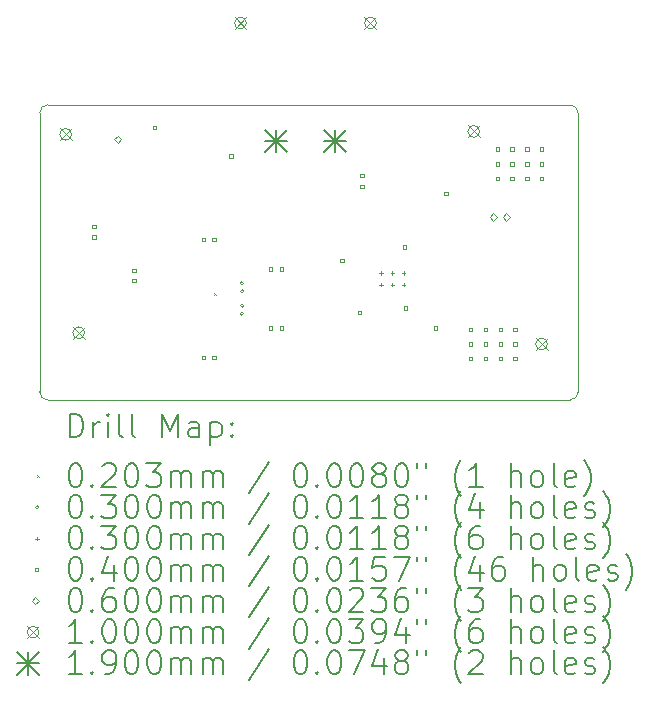
<source format=gbr>
%TF.GenerationSoftware,KiCad,Pcbnew,7.0.5-0*%
%TF.CreationDate,2023-09-26T17:17:10-04:00*%
%TF.ProjectId,PowerPack,506f7765-7250-4616-936b-2e6b69636164,rev?*%
%TF.SameCoordinates,Original*%
%TF.FileFunction,Drillmap*%
%TF.FilePolarity,Positive*%
%FSLAX45Y45*%
G04 Gerber Fmt 4.5, Leading zero omitted, Abs format (unit mm)*
G04 Created by KiCad (PCBNEW 7.0.5-0) date 2023-09-26 17:17:10*
%MOMM*%
%LPD*%
G01*
G04 APERTURE LIST*
%ADD10C,0.100000*%
%ADD11C,0.200000*%
%ADD12C,0.020320*%
%ADD13C,0.030000*%
%ADD14C,0.040000*%
%ADD15C,0.060000*%
%ADD16C,0.190000*%
G04 APERTURE END LIST*
D10*
X14089497Y-7549497D02*
X9669498Y-7549497D01*
X9599503Y-7479497D02*
G75*
G03*
X9669498Y-7549497I69998J-3D01*
G01*
X14089497Y-7549497D02*
G75*
G03*
X14159497Y-7479497I3J69998D01*
G01*
X14159492Y-5119498D02*
G75*
G03*
X14089497Y-5049498I-69993J8D01*
G01*
X9669498Y-5049498D02*
X14089497Y-5049498D01*
X9599498Y-7479497D02*
X9599498Y-5119498D01*
X9669498Y-5049498D02*
G75*
G03*
X9599498Y-5119498I3J-70003D01*
G01*
X14159497Y-5119498D02*
X14159497Y-7479497D01*
D11*
D12*
X11074840Y-6639840D02*
X11095160Y-6660160D01*
X11095160Y-6639840D02*
X11074840Y-6660160D01*
D13*
X11325000Y-6560000D02*
G75*
G03*
X11325000Y-6560000I-15000J0D01*
G01*
X11325000Y-6820000D02*
G75*
G03*
X11325000Y-6820000I-15000J0D01*
G01*
X11330000Y-6630000D02*
G75*
G03*
X11330000Y-6630000I-15000J0D01*
G01*
X11330000Y-6750000D02*
G75*
G03*
X11330000Y-6750000I-15000J0D01*
G01*
X12491000Y-6457250D02*
X12491000Y-6487250D01*
X12476000Y-6472250D02*
X12506000Y-6472250D01*
X12491000Y-6557250D02*
X12491000Y-6587250D01*
X12476000Y-6572250D02*
X12506000Y-6572250D01*
X12586000Y-6457250D02*
X12586000Y-6487250D01*
X12571000Y-6472250D02*
X12601000Y-6472250D01*
X12586000Y-6557250D02*
X12586000Y-6587250D01*
X12571000Y-6572250D02*
X12601000Y-6572250D01*
X12681000Y-6457250D02*
X12681000Y-6487250D01*
X12666000Y-6472250D02*
X12696000Y-6472250D01*
X12681000Y-6557250D02*
X12681000Y-6587250D01*
X12666000Y-6572250D02*
X12696000Y-6572250D01*
D14*
X10074142Y-6094142D02*
X10074142Y-6065858D01*
X10045858Y-6065858D01*
X10045858Y-6094142D01*
X10074142Y-6094142D01*
X10074142Y-6184142D02*
X10074142Y-6155858D01*
X10045858Y-6155858D01*
X10045858Y-6184142D01*
X10074142Y-6184142D01*
X10414142Y-6464142D02*
X10414142Y-6435858D01*
X10385858Y-6435858D01*
X10385858Y-6464142D01*
X10414142Y-6464142D01*
X10414142Y-6554142D02*
X10414142Y-6525858D01*
X10385858Y-6525858D01*
X10385858Y-6554142D01*
X10414142Y-6554142D01*
X10584142Y-5254142D02*
X10584142Y-5225858D01*
X10555858Y-5225858D01*
X10555858Y-5254142D01*
X10584142Y-5254142D01*
X10999142Y-6204142D02*
X10999142Y-6175858D01*
X10970858Y-6175858D01*
X10970858Y-6204142D01*
X10999142Y-6204142D01*
X10999142Y-7204142D02*
X10999142Y-7175858D01*
X10970858Y-7175858D01*
X10970858Y-7204142D01*
X10999142Y-7204142D01*
X11089142Y-6204142D02*
X11089142Y-6175858D01*
X11060858Y-6175858D01*
X11060858Y-6204142D01*
X11089142Y-6204142D01*
X11089142Y-7204142D02*
X11089142Y-7175858D01*
X11060858Y-7175858D01*
X11060858Y-7204142D01*
X11089142Y-7204142D01*
X11233225Y-5496596D02*
X11233225Y-5468311D01*
X11204940Y-5468311D01*
X11204940Y-5496596D01*
X11233225Y-5496596D01*
X11569142Y-6454142D02*
X11569142Y-6425858D01*
X11540858Y-6425858D01*
X11540858Y-6454142D01*
X11569142Y-6454142D01*
X11569142Y-6954142D02*
X11569142Y-6925858D01*
X11540858Y-6925858D01*
X11540858Y-6954142D01*
X11569142Y-6954142D01*
X11659142Y-6454142D02*
X11659142Y-6425858D01*
X11630858Y-6425858D01*
X11630858Y-6454142D01*
X11659142Y-6454142D01*
X11659142Y-6954142D02*
X11659142Y-6925858D01*
X11630858Y-6925858D01*
X11630858Y-6954142D01*
X11659142Y-6954142D01*
X12174142Y-6381642D02*
X12174142Y-6353358D01*
X12145858Y-6353358D01*
X12145858Y-6381642D01*
X12174142Y-6381642D01*
X12324142Y-6824142D02*
X12324142Y-6795858D01*
X12295858Y-6795858D01*
X12295858Y-6824142D01*
X12324142Y-6824142D01*
X12344142Y-5664142D02*
X12344142Y-5635858D01*
X12315858Y-5635858D01*
X12315858Y-5664142D01*
X12344142Y-5664142D01*
X12344142Y-5754142D02*
X12344142Y-5725858D01*
X12315858Y-5725858D01*
X12315858Y-5754142D01*
X12344142Y-5754142D01*
X12704142Y-6269142D02*
X12704142Y-6240858D01*
X12675858Y-6240858D01*
X12675858Y-6269142D01*
X12704142Y-6269142D01*
X12714142Y-6784142D02*
X12714142Y-6755858D01*
X12685858Y-6755858D01*
X12685858Y-6784142D01*
X12714142Y-6784142D01*
X12964142Y-6954142D02*
X12964142Y-6925858D01*
X12935858Y-6925858D01*
X12935858Y-6954142D01*
X12964142Y-6954142D01*
X13054142Y-5814142D02*
X13054142Y-5785858D01*
X13025858Y-5785858D01*
X13025858Y-5814142D01*
X13054142Y-5814142D01*
X13264142Y-6964142D02*
X13264142Y-6935858D01*
X13235858Y-6935858D01*
X13235858Y-6964142D01*
X13264142Y-6964142D01*
X13264142Y-7089142D02*
X13264142Y-7060858D01*
X13235858Y-7060858D01*
X13235858Y-7089142D01*
X13264142Y-7089142D01*
X13264142Y-7214142D02*
X13264142Y-7185858D01*
X13235858Y-7185858D01*
X13235858Y-7214142D01*
X13264142Y-7214142D01*
X13389142Y-6964142D02*
X13389142Y-6935858D01*
X13360858Y-6935858D01*
X13360858Y-6964142D01*
X13389142Y-6964142D01*
X13389142Y-7089142D02*
X13389142Y-7060858D01*
X13360858Y-7060858D01*
X13360858Y-7089142D01*
X13389142Y-7089142D01*
X13389142Y-7214142D02*
X13389142Y-7185858D01*
X13360858Y-7185858D01*
X13360858Y-7214142D01*
X13389142Y-7214142D01*
X13489142Y-5439142D02*
X13489142Y-5410858D01*
X13460858Y-5410858D01*
X13460858Y-5439142D01*
X13489142Y-5439142D01*
X13489142Y-5564142D02*
X13489142Y-5535858D01*
X13460858Y-5535858D01*
X13460858Y-5564142D01*
X13489142Y-5564142D01*
X13489142Y-5689142D02*
X13489142Y-5660858D01*
X13460858Y-5660858D01*
X13460858Y-5689142D01*
X13489142Y-5689142D01*
X13514142Y-6964142D02*
X13514142Y-6935858D01*
X13485858Y-6935858D01*
X13485858Y-6964142D01*
X13514142Y-6964142D01*
X13514142Y-7089142D02*
X13514142Y-7060858D01*
X13485858Y-7060858D01*
X13485858Y-7089142D01*
X13514142Y-7089142D01*
X13514142Y-7214142D02*
X13514142Y-7185858D01*
X13485858Y-7185858D01*
X13485858Y-7214142D01*
X13514142Y-7214142D01*
X13614142Y-5439142D02*
X13614142Y-5410858D01*
X13585858Y-5410858D01*
X13585858Y-5439142D01*
X13614142Y-5439142D01*
X13614142Y-5564142D02*
X13614142Y-5535858D01*
X13585858Y-5535858D01*
X13585858Y-5564142D01*
X13614142Y-5564142D01*
X13614142Y-5689142D02*
X13614142Y-5660858D01*
X13585858Y-5660858D01*
X13585858Y-5689142D01*
X13614142Y-5689142D01*
X13639142Y-6964142D02*
X13639142Y-6935858D01*
X13610858Y-6935858D01*
X13610858Y-6964142D01*
X13639142Y-6964142D01*
X13639142Y-7089142D02*
X13639142Y-7060858D01*
X13610858Y-7060858D01*
X13610858Y-7089142D01*
X13639142Y-7089142D01*
X13639142Y-7214142D02*
X13639142Y-7185858D01*
X13610858Y-7185858D01*
X13610858Y-7214142D01*
X13639142Y-7214142D01*
X13739142Y-5439142D02*
X13739142Y-5410858D01*
X13710858Y-5410858D01*
X13710858Y-5439142D01*
X13739142Y-5439142D01*
X13739142Y-5564142D02*
X13739142Y-5535858D01*
X13710858Y-5535858D01*
X13710858Y-5564142D01*
X13739142Y-5564142D01*
X13739142Y-5689142D02*
X13739142Y-5660858D01*
X13710858Y-5660858D01*
X13710858Y-5689142D01*
X13739142Y-5689142D01*
X13864142Y-5439142D02*
X13864142Y-5410858D01*
X13835858Y-5410858D01*
X13835858Y-5439142D01*
X13864142Y-5439142D01*
X13864142Y-5564142D02*
X13864142Y-5535858D01*
X13835858Y-5535858D01*
X13835858Y-5564142D01*
X13864142Y-5564142D01*
X13864142Y-5689142D02*
X13864142Y-5660858D01*
X13835858Y-5660858D01*
X13835858Y-5689142D01*
X13864142Y-5689142D01*
D15*
X10260000Y-5370000D02*
X10290000Y-5340000D01*
X10260000Y-5310000D01*
X10230000Y-5340000D01*
X10260000Y-5370000D01*
X13440000Y-6030000D02*
X13470000Y-6000000D01*
X13440000Y-5970000D01*
X13410000Y-6000000D01*
X13440000Y-6030000D01*
X13550000Y-6030000D02*
X13580000Y-6000000D01*
X13550000Y-5970000D01*
X13520000Y-6000000D01*
X13550000Y-6030000D01*
D10*
X9770000Y-5250000D02*
X9870000Y-5350000D01*
X9870000Y-5250000D02*
X9770000Y-5350000D01*
X9870000Y-5300000D02*
G75*
G03*
X9870000Y-5300000I-50000J0D01*
G01*
X9880000Y-6930000D02*
X9980000Y-7030000D01*
X9980000Y-6930000D02*
X9880000Y-7030000D01*
X9980000Y-6980000D02*
G75*
G03*
X9980000Y-6980000I-50000J0D01*
G01*
X11250000Y-4307500D02*
X11350000Y-4407500D01*
X11350000Y-4307500D02*
X11250000Y-4407500D01*
X11350000Y-4357500D02*
G75*
G03*
X11350000Y-4357500I-50000J0D01*
G01*
X12350000Y-4307500D02*
X12450000Y-4407500D01*
X12450000Y-4307500D02*
X12350000Y-4407500D01*
X12450000Y-4357500D02*
G75*
G03*
X12450000Y-4357500I-50000J0D01*
G01*
X13225000Y-5225000D02*
X13325000Y-5325000D01*
X13325000Y-5225000D02*
X13225000Y-5325000D01*
X13325000Y-5275000D02*
G75*
G03*
X13325000Y-5275000I-50000J0D01*
G01*
X13800000Y-7025000D02*
X13900000Y-7125000D01*
X13900000Y-7025000D02*
X13800000Y-7125000D01*
X13900000Y-7075000D02*
G75*
G03*
X13900000Y-7075000I-50000J0D01*
G01*
D16*
X11505000Y-5262500D02*
X11695000Y-5452500D01*
X11695000Y-5262500D02*
X11505000Y-5452500D01*
X11600000Y-5262500D02*
X11600000Y-5452500D01*
X11505000Y-5357500D02*
X11695000Y-5357500D01*
X12005000Y-5262500D02*
X12195000Y-5452500D01*
X12195000Y-5262500D02*
X12005000Y-5452500D01*
X12100000Y-5262500D02*
X12100000Y-5452500D01*
X12005000Y-5357500D02*
X12195000Y-5357500D01*
D11*
X9855274Y-7865981D02*
X9855274Y-7665981D01*
X9855274Y-7665981D02*
X9902893Y-7665981D01*
X9902893Y-7665981D02*
X9931465Y-7675505D01*
X9931465Y-7675505D02*
X9950512Y-7694553D01*
X9950512Y-7694553D02*
X9960036Y-7713600D01*
X9960036Y-7713600D02*
X9969560Y-7751695D01*
X9969560Y-7751695D02*
X9969560Y-7780267D01*
X9969560Y-7780267D02*
X9960036Y-7818362D01*
X9960036Y-7818362D02*
X9950512Y-7837410D01*
X9950512Y-7837410D02*
X9931465Y-7856457D01*
X9931465Y-7856457D02*
X9902893Y-7865981D01*
X9902893Y-7865981D02*
X9855274Y-7865981D01*
X10055274Y-7865981D02*
X10055274Y-7732648D01*
X10055274Y-7770743D02*
X10064798Y-7751695D01*
X10064798Y-7751695D02*
X10074322Y-7742172D01*
X10074322Y-7742172D02*
X10093370Y-7732648D01*
X10093370Y-7732648D02*
X10112417Y-7732648D01*
X10179084Y-7865981D02*
X10179084Y-7732648D01*
X10179084Y-7665981D02*
X10169560Y-7675505D01*
X10169560Y-7675505D02*
X10179084Y-7685029D01*
X10179084Y-7685029D02*
X10188608Y-7675505D01*
X10188608Y-7675505D02*
X10179084Y-7665981D01*
X10179084Y-7665981D02*
X10179084Y-7685029D01*
X10302893Y-7865981D02*
X10283846Y-7856457D01*
X10283846Y-7856457D02*
X10274322Y-7837410D01*
X10274322Y-7837410D02*
X10274322Y-7665981D01*
X10407655Y-7865981D02*
X10388608Y-7856457D01*
X10388608Y-7856457D02*
X10379084Y-7837410D01*
X10379084Y-7837410D02*
X10379084Y-7665981D01*
X10636227Y-7865981D02*
X10636227Y-7665981D01*
X10636227Y-7665981D02*
X10702893Y-7808838D01*
X10702893Y-7808838D02*
X10769560Y-7665981D01*
X10769560Y-7665981D02*
X10769560Y-7865981D01*
X10950512Y-7865981D02*
X10950512Y-7761219D01*
X10950512Y-7761219D02*
X10940989Y-7742172D01*
X10940989Y-7742172D02*
X10921941Y-7732648D01*
X10921941Y-7732648D02*
X10883846Y-7732648D01*
X10883846Y-7732648D02*
X10864798Y-7742172D01*
X10950512Y-7856457D02*
X10931465Y-7865981D01*
X10931465Y-7865981D02*
X10883846Y-7865981D01*
X10883846Y-7865981D02*
X10864798Y-7856457D01*
X10864798Y-7856457D02*
X10855274Y-7837410D01*
X10855274Y-7837410D02*
X10855274Y-7818362D01*
X10855274Y-7818362D02*
X10864798Y-7799315D01*
X10864798Y-7799315D02*
X10883846Y-7789791D01*
X10883846Y-7789791D02*
X10931465Y-7789791D01*
X10931465Y-7789791D02*
X10950512Y-7780267D01*
X11045751Y-7732648D02*
X11045751Y-7932648D01*
X11045751Y-7742172D02*
X11064798Y-7732648D01*
X11064798Y-7732648D02*
X11102893Y-7732648D01*
X11102893Y-7732648D02*
X11121941Y-7742172D01*
X11121941Y-7742172D02*
X11131465Y-7751695D01*
X11131465Y-7751695D02*
X11140989Y-7770743D01*
X11140989Y-7770743D02*
X11140989Y-7827886D01*
X11140989Y-7827886D02*
X11131465Y-7846934D01*
X11131465Y-7846934D02*
X11121941Y-7856457D01*
X11121941Y-7856457D02*
X11102893Y-7865981D01*
X11102893Y-7865981D02*
X11064798Y-7865981D01*
X11064798Y-7865981D02*
X11045751Y-7856457D01*
X11226703Y-7846934D02*
X11236227Y-7856457D01*
X11236227Y-7856457D02*
X11226703Y-7865981D01*
X11226703Y-7865981D02*
X11217179Y-7856457D01*
X11217179Y-7856457D02*
X11226703Y-7846934D01*
X11226703Y-7846934D02*
X11226703Y-7865981D01*
X11226703Y-7742172D02*
X11236227Y-7751695D01*
X11236227Y-7751695D02*
X11226703Y-7761219D01*
X11226703Y-7761219D02*
X11217179Y-7751695D01*
X11217179Y-7751695D02*
X11226703Y-7742172D01*
X11226703Y-7742172D02*
X11226703Y-7761219D01*
D12*
X9574178Y-8184337D02*
X9594498Y-8204657D01*
X9594498Y-8184337D02*
X9574178Y-8204657D01*
D11*
X9893370Y-8085981D02*
X9912417Y-8085981D01*
X9912417Y-8085981D02*
X9931465Y-8095505D01*
X9931465Y-8095505D02*
X9940989Y-8105029D01*
X9940989Y-8105029D02*
X9950512Y-8124076D01*
X9950512Y-8124076D02*
X9960036Y-8162172D01*
X9960036Y-8162172D02*
X9960036Y-8209791D01*
X9960036Y-8209791D02*
X9950512Y-8247886D01*
X9950512Y-8247886D02*
X9940989Y-8266934D01*
X9940989Y-8266934D02*
X9931465Y-8276457D01*
X9931465Y-8276457D02*
X9912417Y-8285981D01*
X9912417Y-8285981D02*
X9893370Y-8285981D01*
X9893370Y-8285981D02*
X9874322Y-8276457D01*
X9874322Y-8276457D02*
X9864798Y-8266934D01*
X9864798Y-8266934D02*
X9855274Y-8247886D01*
X9855274Y-8247886D02*
X9845751Y-8209791D01*
X9845751Y-8209791D02*
X9845751Y-8162172D01*
X9845751Y-8162172D02*
X9855274Y-8124076D01*
X9855274Y-8124076D02*
X9864798Y-8105029D01*
X9864798Y-8105029D02*
X9874322Y-8095505D01*
X9874322Y-8095505D02*
X9893370Y-8085981D01*
X10045751Y-8266934D02*
X10055274Y-8276457D01*
X10055274Y-8276457D02*
X10045751Y-8285981D01*
X10045751Y-8285981D02*
X10036227Y-8276457D01*
X10036227Y-8276457D02*
X10045751Y-8266934D01*
X10045751Y-8266934D02*
X10045751Y-8285981D01*
X10131465Y-8105029D02*
X10140989Y-8095505D01*
X10140989Y-8095505D02*
X10160036Y-8085981D01*
X10160036Y-8085981D02*
X10207655Y-8085981D01*
X10207655Y-8085981D02*
X10226703Y-8095505D01*
X10226703Y-8095505D02*
X10236227Y-8105029D01*
X10236227Y-8105029D02*
X10245751Y-8124076D01*
X10245751Y-8124076D02*
X10245751Y-8143124D01*
X10245751Y-8143124D02*
X10236227Y-8171695D01*
X10236227Y-8171695D02*
X10121941Y-8285981D01*
X10121941Y-8285981D02*
X10245751Y-8285981D01*
X10369560Y-8085981D02*
X10388608Y-8085981D01*
X10388608Y-8085981D02*
X10407655Y-8095505D01*
X10407655Y-8095505D02*
X10417179Y-8105029D01*
X10417179Y-8105029D02*
X10426703Y-8124076D01*
X10426703Y-8124076D02*
X10436227Y-8162172D01*
X10436227Y-8162172D02*
X10436227Y-8209791D01*
X10436227Y-8209791D02*
X10426703Y-8247886D01*
X10426703Y-8247886D02*
X10417179Y-8266934D01*
X10417179Y-8266934D02*
X10407655Y-8276457D01*
X10407655Y-8276457D02*
X10388608Y-8285981D01*
X10388608Y-8285981D02*
X10369560Y-8285981D01*
X10369560Y-8285981D02*
X10350512Y-8276457D01*
X10350512Y-8276457D02*
X10340989Y-8266934D01*
X10340989Y-8266934D02*
X10331465Y-8247886D01*
X10331465Y-8247886D02*
X10321941Y-8209791D01*
X10321941Y-8209791D02*
X10321941Y-8162172D01*
X10321941Y-8162172D02*
X10331465Y-8124076D01*
X10331465Y-8124076D02*
X10340989Y-8105029D01*
X10340989Y-8105029D02*
X10350512Y-8095505D01*
X10350512Y-8095505D02*
X10369560Y-8085981D01*
X10502893Y-8085981D02*
X10626703Y-8085981D01*
X10626703Y-8085981D02*
X10560036Y-8162172D01*
X10560036Y-8162172D02*
X10588608Y-8162172D01*
X10588608Y-8162172D02*
X10607655Y-8171695D01*
X10607655Y-8171695D02*
X10617179Y-8181219D01*
X10617179Y-8181219D02*
X10626703Y-8200267D01*
X10626703Y-8200267D02*
X10626703Y-8247886D01*
X10626703Y-8247886D02*
X10617179Y-8266934D01*
X10617179Y-8266934D02*
X10607655Y-8276457D01*
X10607655Y-8276457D02*
X10588608Y-8285981D01*
X10588608Y-8285981D02*
X10531465Y-8285981D01*
X10531465Y-8285981D02*
X10512417Y-8276457D01*
X10512417Y-8276457D02*
X10502893Y-8266934D01*
X10712417Y-8285981D02*
X10712417Y-8152648D01*
X10712417Y-8171695D02*
X10721941Y-8162172D01*
X10721941Y-8162172D02*
X10740989Y-8152648D01*
X10740989Y-8152648D02*
X10769560Y-8152648D01*
X10769560Y-8152648D02*
X10788608Y-8162172D01*
X10788608Y-8162172D02*
X10798132Y-8181219D01*
X10798132Y-8181219D02*
X10798132Y-8285981D01*
X10798132Y-8181219D02*
X10807655Y-8162172D01*
X10807655Y-8162172D02*
X10826703Y-8152648D01*
X10826703Y-8152648D02*
X10855274Y-8152648D01*
X10855274Y-8152648D02*
X10874322Y-8162172D01*
X10874322Y-8162172D02*
X10883846Y-8181219D01*
X10883846Y-8181219D02*
X10883846Y-8285981D01*
X10979084Y-8285981D02*
X10979084Y-8152648D01*
X10979084Y-8171695D02*
X10988608Y-8162172D01*
X10988608Y-8162172D02*
X11007655Y-8152648D01*
X11007655Y-8152648D02*
X11036227Y-8152648D01*
X11036227Y-8152648D02*
X11055274Y-8162172D01*
X11055274Y-8162172D02*
X11064798Y-8181219D01*
X11064798Y-8181219D02*
X11064798Y-8285981D01*
X11064798Y-8181219D02*
X11074322Y-8162172D01*
X11074322Y-8162172D02*
X11093370Y-8152648D01*
X11093370Y-8152648D02*
X11121941Y-8152648D01*
X11121941Y-8152648D02*
X11140989Y-8162172D01*
X11140989Y-8162172D02*
X11150513Y-8181219D01*
X11150513Y-8181219D02*
X11150513Y-8285981D01*
X11540989Y-8076457D02*
X11369560Y-8333600D01*
X11798132Y-8085981D02*
X11817179Y-8085981D01*
X11817179Y-8085981D02*
X11836227Y-8095505D01*
X11836227Y-8095505D02*
X11845751Y-8105029D01*
X11845751Y-8105029D02*
X11855274Y-8124076D01*
X11855274Y-8124076D02*
X11864798Y-8162172D01*
X11864798Y-8162172D02*
X11864798Y-8209791D01*
X11864798Y-8209791D02*
X11855274Y-8247886D01*
X11855274Y-8247886D02*
X11845751Y-8266934D01*
X11845751Y-8266934D02*
X11836227Y-8276457D01*
X11836227Y-8276457D02*
X11817179Y-8285981D01*
X11817179Y-8285981D02*
X11798132Y-8285981D01*
X11798132Y-8285981D02*
X11779084Y-8276457D01*
X11779084Y-8276457D02*
X11769560Y-8266934D01*
X11769560Y-8266934D02*
X11760036Y-8247886D01*
X11760036Y-8247886D02*
X11750513Y-8209791D01*
X11750513Y-8209791D02*
X11750513Y-8162172D01*
X11750513Y-8162172D02*
X11760036Y-8124076D01*
X11760036Y-8124076D02*
X11769560Y-8105029D01*
X11769560Y-8105029D02*
X11779084Y-8095505D01*
X11779084Y-8095505D02*
X11798132Y-8085981D01*
X11950513Y-8266934D02*
X11960036Y-8276457D01*
X11960036Y-8276457D02*
X11950513Y-8285981D01*
X11950513Y-8285981D02*
X11940989Y-8276457D01*
X11940989Y-8276457D02*
X11950513Y-8266934D01*
X11950513Y-8266934D02*
X11950513Y-8285981D01*
X12083846Y-8085981D02*
X12102894Y-8085981D01*
X12102894Y-8085981D02*
X12121941Y-8095505D01*
X12121941Y-8095505D02*
X12131465Y-8105029D01*
X12131465Y-8105029D02*
X12140989Y-8124076D01*
X12140989Y-8124076D02*
X12150513Y-8162172D01*
X12150513Y-8162172D02*
X12150513Y-8209791D01*
X12150513Y-8209791D02*
X12140989Y-8247886D01*
X12140989Y-8247886D02*
X12131465Y-8266934D01*
X12131465Y-8266934D02*
X12121941Y-8276457D01*
X12121941Y-8276457D02*
X12102894Y-8285981D01*
X12102894Y-8285981D02*
X12083846Y-8285981D01*
X12083846Y-8285981D02*
X12064798Y-8276457D01*
X12064798Y-8276457D02*
X12055274Y-8266934D01*
X12055274Y-8266934D02*
X12045751Y-8247886D01*
X12045751Y-8247886D02*
X12036227Y-8209791D01*
X12036227Y-8209791D02*
X12036227Y-8162172D01*
X12036227Y-8162172D02*
X12045751Y-8124076D01*
X12045751Y-8124076D02*
X12055274Y-8105029D01*
X12055274Y-8105029D02*
X12064798Y-8095505D01*
X12064798Y-8095505D02*
X12083846Y-8085981D01*
X12274322Y-8085981D02*
X12293370Y-8085981D01*
X12293370Y-8085981D02*
X12312417Y-8095505D01*
X12312417Y-8095505D02*
X12321941Y-8105029D01*
X12321941Y-8105029D02*
X12331465Y-8124076D01*
X12331465Y-8124076D02*
X12340989Y-8162172D01*
X12340989Y-8162172D02*
X12340989Y-8209791D01*
X12340989Y-8209791D02*
X12331465Y-8247886D01*
X12331465Y-8247886D02*
X12321941Y-8266934D01*
X12321941Y-8266934D02*
X12312417Y-8276457D01*
X12312417Y-8276457D02*
X12293370Y-8285981D01*
X12293370Y-8285981D02*
X12274322Y-8285981D01*
X12274322Y-8285981D02*
X12255274Y-8276457D01*
X12255274Y-8276457D02*
X12245751Y-8266934D01*
X12245751Y-8266934D02*
X12236227Y-8247886D01*
X12236227Y-8247886D02*
X12226703Y-8209791D01*
X12226703Y-8209791D02*
X12226703Y-8162172D01*
X12226703Y-8162172D02*
X12236227Y-8124076D01*
X12236227Y-8124076D02*
X12245751Y-8105029D01*
X12245751Y-8105029D02*
X12255274Y-8095505D01*
X12255274Y-8095505D02*
X12274322Y-8085981D01*
X12455274Y-8171695D02*
X12436227Y-8162172D01*
X12436227Y-8162172D02*
X12426703Y-8152648D01*
X12426703Y-8152648D02*
X12417179Y-8133600D01*
X12417179Y-8133600D02*
X12417179Y-8124076D01*
X12417179Y-8124076D02*
X12426703Y-8105029D01*
X12426703Y-8105029D02*
X12436227Y-8095505D01*
X12436227Y-8095505D02*
X12455274Y-8085981D01*
X12455274Y-8085981D02*
X12493370Y-8085981D01*
X12493370Y-8085981D02*
X12512417Y-8095505D01*
X12512417Y-8095505D02*
X12521941Y-8105029D01*
X12521941Y-8105029D02*
X12531465Y-8124076D01*
X12531465Y-8124076D02*
X12531465Y-8133600D01*
X12531465Y-8133600D02*
X12521941Y-8152648D01*
X12521941Y-8152648D02*
X12512417Y-8162172D01*
X12512417Y-8162172D02*
X12493370Y-8171695D01*
X12493370Y-8171695D02*
X12455274Y-8171695D01*
X12455274Y-8171695D02*
X12436227Y-8181219D01*
X12436227Y-8181219D02*
X12426703Y-8190743D01*
X12426703Y-8190743D02*
X12417179Y-8209791D01*
X12417179Y-8209791D02*
X12417179Y-8247886D01*
X12417179Y-8247886D02*
X12426703Y-8266934D01*
X12426703Y-8266934D02*
X12436227Y-8276457D01*
X12436227Y-8276457D02*
X12455274Y-8285981D01*
X12455274Y-8285981D02*
X12493370Y-8285981D01*
X12493370Y-8285981D02*
X12512417Y-8276457D01*
X12512417Y-8276457D02*
X12521941Y-8266934D01*
X12521941Y-8266934D02*
X12531465Y-8247886D01*
X12531465Y-8247886D02*
X12531465Y-8209791D01*
X12531465Y-8209791D02*
X12521941Y-8190743D01*
X12521941Y-8190743D02*
X12512417Y-8181219D01*
X12512417Y-8181219D02*
X12493370Y-8171695D01*
X12655274Y-8085981D02*
X12674322Y-8085981D01*
X12674322Y-8085981D02*
X12693370Y-8095505D01*
X12693370Y-8095505D02*
X12702894Y-8105029D01*
X12702894Y-8105029D02*
X12712417Y-8124076D01*
X12712417Y-8124076D02*
X12721941Y-8162172D01*
X12721941Y-8162172D02*
X12721941Y-8209791D01*
X12721941Y-8209791D02*
X12712417Y-8247886D01*
X12712417Y-8247886D02*
X12702894Y-8266934D01*
X12702894Y-8266934D02*
X12693370Y-8276457D01*
X12693370Y-8276457D02*
X12674322Y-8285981D01*
X12674322Y-8285981D02*
X12655274Y-8285981D01*
X12655274Y-8285981D02*
X12636227Y-8276457D01*
X12636227Y-8276457D02*
X12626703Y-8266934D01*
X12626703Y-8266934D02*
X12617179Y-8247886D01*
X12617179Y-8247886D02*
X12607655Y-8209791D01*
X12607655Y-8209791D02*
X12607655Y-8162172D01*
X12607655Y-8162172D02*
X12617179Y-8124076D01*
X12617179Y-8124076D02*
X12626703Y-8105029D01*
X12626703Y-8105029D02*
X12636227Y-8095505D01*
X12636227Y-8095505D02*
X12655274Y-8085981D01*
X12798132Y-8085981D02*
X12798132Y-8124076D01*
X12874322Y-8085981D02*
X12874322Y-8124076D01*
X13169560Y-8362172D02*
X13160036Y-8352648D01*
X13160036Y-8352648D02*
X13140989Y-8324076D01*
X13140989Y-8324076D02*
X13131465Y-8305029D01*
X13131465Y-8305029D02*
X13121941Y-8276457D01*
X13121941Y-8276457D02*
X13112417Y-8228838D01*
X13112417Y-8228838D02*
X13112417Y-8190743D01*
X13112417Y-8190743D02*
X13121941Y-8143124D01*
X13121941Y-8143124D02*
X13131465Y-8114553D01*
X13131465Y-8114553D02*
X13140989Y-8095505D01*
X13140989Y-8095505D02*
X13160036Y-8066934D01*
X13160036Y-8066934D02*
X13169560Y-8057410D01*
X13350513Y-8285981D02*
X13236227Y-8285981D01*
X13293370Y-8285981D02*
X13293370Y-8085981D01*
X13293370Y-8085981D02*
X13274322Y-8114553D01*
X13274322Y-8114553D02*
X13255275Y-8133600D01*
X13255275Y-8133600D02*
X13236227Y-8143124D01*
X13588608Y-8285981D02*
X13588608Y-8085981D01*
X13674322Y-8285981D02*
X13674322Y-8181219D01*
X13674322Y-8181219D02*
X13664798Y-8162172D01*
X13664798Y-8162172D02*
X13645751Y-8152648D01*
X13645751Y-8152648D02*
X13617179Y-8152648D01*
X13617179Y-8152648D02*
X13598132Y-8162172D01*
X13598132Y-8162172D02*
X13588608Y-8171695D01*
X13798132Y-8285981D02*
X13779084Y-8276457D01*
X13779084Y-8276457D02*
X13769560Y-8266934D01*
X13769560Y-8266934D02*
X13760037Y-8247886D01*
X13760037Y-8247886D02*
X13760037Y-8190743D01*
X13760037Y-8190743D02*
X13769560Y-8171695D01*
X13769560Y-8171695D02*
X13779084Y-8162172D01*
X13779084Y-8162172D02*
X13798132Y-8152648D01*
X13798132Y-8152648D02*
X13826703Y-8152648D01*
X13826703Y-8152648D02*
X13845751Y-8162172D01*
X13845751Y-8162172D02*
X13855275Y-8171695D01*
X13855275Y-8171695D02*
X13864798Y-8190743D01*
X13864798Y-8190743D02*
X13864798Y-8247886D01*
X13864798Y-8247886D02*
X13855275Y-8266934D01*
X13855275Y-8266934D02*
X13845751Y-8276457D01*
X13845751Y-8276457D02*
X13826703Y-8285981D01*
X13826703Y-8285981D02*
X13798132Y-8285981D01*
X13979084Y-8285981D02*
X13960037Y-8276457D01*
X13960037Y-8276457D02*
X13950513Y-8257410D01*
X13950513Y-8257410D02*
X13950513Y-8085981D01*
X14131465Y-8276457D02*
X14112418Y-8285981D01*
X14112418Y-8285981D02*
X14074322Y-8285981D01*
X14074322Y-8285981D02*
X14055275Y-8276457D01*
X14055275Y-8276457D02*
X14045751Y-8257410D01*
X14045751Y-8257410D02*
X14045751Y-8181219D01*
X14045751Y-8181219D02*
X14055275Y-8162172D01*
X14055275Y-8162172D02*
X14074322Y-8152648D01*
X14074322Y-8152648D02*
X14112418Y-8152648D01*
X14112418Y-8152648D02*
X14131465Y-8162172D01*
X14131465Y-8162172D02*
X14140989Y-8181219D01*
X14140989Y-8181219D02*
X14140989Y-8200267D01*
X14140989Y-8200267D02*
X14045751Y-8219315D01*
X14207656Y-8362172D02*
X14217179Y-8352648D01*
X14217179Y-8352648D02*
X14236227Y-8324076D01*
X14236227Y-8324076D02*
X14245751Y-8305029D01*
X14245751Y-8305029D02*
X14255275Y-8276457D01*
X14255275Y-8276457D02*
X14264798Y-8228838D01*
X14264798Y-8228838D02*
X14264798Y-8190743D01*
X14264798Y-8190743D02*
X14255275Y-8143124D01*
X14255275Y-8143124D02*
X14245751Y-8114553D01*
X14245751Y-8114553D02*
X14236227Y-8095505D01*
X14236227Y-8095505D02*
X14217179Y-8066934D01*
X14217179Y-8066934D02*
X14207656Y-8057410D01*
D13*
X9594498Y-8458498D02*
G75*
G03*
X9594498Y-8458498I-15000J0D01*
G01*
D11*
X9893370Y-8349981D02*
X9912417Y-8349981D01*
X9912417Y-8349981D02*
X9931465Y-8359505D01*
X9931465Y-8359505D02*
X9940989Y-8369029D01*
X9940989Y-8369029D02*
X9950512Y-8388076D01*
X9950512Y-8388076D02*
X9960036Y-8426172D01*
X9960036Y-8426172D02*
X9960036Y-8473791D01*
X9960036Y-8473791D02*
X9950512Y-8511886D01*
X9950512Y-8511886D02*
X9940989Y-8530934D01*
X9940989Y-8530934D02*
X9931465Y-8540458D01*
X9931465Y-8540458D02*
X9912417Y-8549981D01*
X9912417Y-8549981D02*
X9893370Y-8549981D01*
X9893370Y-8549981D02*
X9874322Y-8540458D01*
X9874322Y-8540458D02*
X9864798Y-8530934D01*
X9864798Y-8530934D02*
X9855274Y-8511886D01*
X9855274Y-8511886D02*
X9845751Y-8473791D01*
X9845751Y-8473791D02*
X9845751Y-8426172D01*
X9845751Y-8426172D02*
X9855274Y-8388076D01*
X9855274Y-8388076D02*
X9864798Y-8369029D01*
X9864798Y-8369029D02*
X9874322Y-8359505D01*
X9874322Y-8359505D02*
X9893370Y-8349981D01*
X10045751Y-8530934D02*
X10055274Y-8540458D01*
X10055274Y-8540458D02*
X10045751Y-8549981D01*
X10045751Y-8549981D02*
X10036227Y-8540458D01*
X10036227Y-8540458D02*
X10045751Y-8530934D01*
X10045751Y-8530934D02*
X10045751Y-8549981D01*
X10121941Y-8349981D02*
X10245751Y-8349981D01*
X10245751Y-8349981D02*
X10179084Y-8426172D01*
X10179084Y-8426172D02*
X10207655Y-8426172D01*
X10207655Y-8426172D02*
X10226703Y-8435696D01*
X10226703Y-8435696D02*
X10236227Y-8445219D01*
X10236227Y-8445219D02*
X10245751Y-8464267D01*
X10245751Y-8464267D02*
X10245751Y-8511886D01*
X10245751Y-8511886D02*
X10236227Y-8530934D01*
X10236227Y-8530934D02*
X10226703Y-8540458D01*
X10226703Y-8540458D02*
X10207655Y-8549981D01*
X10207655Y-8549981D02*
X10150512Y-8549981D01*
X10150512Y-8549981D02*
X10131465Y-8540458D01*
X10131465Y-8540458D02*
X10121941Y-8530934D01*
X10369560Y-8349981D02*
X10388608Y-8349981D01*
X10388608Y-8349981D02*
X10407655Y-8359505D01*
X10407655Y-8359505D02*
X10417179Y-8369029D01*
X10417179Y-8369029D02*
X10426703Y-8388076D01*
X10426703Y-8388076D02*
X10436227Y-8426172D01*
X10436227Y-8426172D02*
X10436227Y-8473791D01*
X10436227Y-8473791D02*
X10426703Y-8511886D01*
X10426703Y-8511886D02*
X10417179Y-8530934D01*
X10417179Y-8530934D02*
X10407655Y-8540458D01*
X10407655Y-8540458D02*
X10388608Y-8549981D01*
X10388608Y-8549981D02*
X10369560Y-8549981D01*
X10369560Y-8549981D02*
X10350512Y-8540458D01*
X10350512Y-8540458D02*
X10340989Y-8530934D01*
X10340989Y-8530934D02*
X10331465Y-8511886D01*
X10331465Y-8511886D02*
X10321941Y-8473791D01*
X10321941Y-8473791D02*
X10321941Y-8426172D01*
X10321941Y-8426172D02*
X10331465Y-8388076D01*
X10331465Y-8388076D02*
X10340989Y-8369029D01*
X10340989Y-8369029D02*
X10350512Y-8359505D01*
X10350512Y-8359505D02*
X10369560Y-8349981D01*
X10560036Y-8349981D02*
X10579084Y-8349981D01*
X10579084Y-8349981D02*
X10598132Y-8359505D01*
X10598132Y-8359505D02*
X10607655Y-8369029D01*
X10607655Y-8369029D02*
X10617179Y-8388076D01*
X10617179Y-8388076D02*
X10626703Y-8426172D01*
X10626703Y-8426172D02*
X10626703Y-8473791D01*
X10626703Y-8473791D02*
X10617179Y-8511886D01*
X10617179Y-8511886D02*
X10607655Y-8530934D01*
X10607655Y-8530934D02*
X10598132Y-8540458D01*
X10598132Y-8540458D02*
X10579084Y-8549981D01*
X10579084Y-8549981D02*
X10560036Y-8549981D01*
X10560036Y-8549981D02*
X10540989Y-8540458D01*
X10540989Y-8540458D02*
X10531465Y-8530934D01*
X10531465Y-8530934D02*
X10521941Y-8511886D01*
X10521941Y-8511886D02*
X10512417Y-8473791D01*
X10512417Y-8473791D02*
X10512417Y-8426172D01*
X10512417Y-8426172D02*
X10521941Y-8388076D01*
X10521941Y-8388076D02*
X10531465Y-8369029D01*
X10531465Y-8369029D02*
X10540989Y-8359505D01*
X10540989Y-8359505D02*
X10560036Y-8349981D01*
X10712417Y-8549981D02*
X10712417Y-8416648D01*
X10712417Y-8435696D02*
X10721941Y-8426172D01*
X10721941Y-8426172D02*
X10740989Y-8416648D01*
X10740989Y-8416648D02*
X10769560Y-8416648D01*
X10769560Y-8416648D02*
X10788608Y-8426172D01*
X10788608Y-8426172D02*
X10798132Y-8445219D01*
X10798132Y-8445219D02*
X10798132Y-8549981D01*
X10798132Y-8445219D02*
X10807655Y-8426172D01*
X10807655Y-8426172D02*
X10826703Y-8416648D01*
X10826703Y-8416648D02*
X10855274Y-8416648D01*
X10855274Y-8416648D02*
X10874322Y-8426172D01*
X10874322Y-8426172D02*
X10883846Y-8445219D01*
X10883846Y-8445219D02*
X10883846Y-8549981D01*
X10979084Y-8549981D02*
X10979084Y-8416648D01*
X10979084Y-8435696D02*
X10988608Y-8426172D01*
X10988608Y-8426172D02*
X11007655Y-8416648D01*
X11007655Y-8416648D02*
X11036227Y-8416648D01*
X11036227Y-8416648D02*
X11055274Y-8426172D01*
X11055274Y-8426172D02*
X11064798Y-8445219D01*
X11064798Y-8445219D02*
X11064798Y-8549981D01*
X11064798Y-8445219D02*
X11074322Y-8426172D01*
X11074322Y-8426172D02*
X11093370Y-8416648D01*
X11093370Y-8416648D02*
X11121941Y-8416648D01*
X11121941Y-8416648D02*
X11140989Y-8426172D01*
X11140989Y-8426172D02*
X11150513Y-8445219D01*
X11150513Y-8445219D02*
X11150513Y-8549981D01*
X11540989Y-8340457D02*
X11369560Y-8597600D01*
X11798132Y-8349981D02*
X11817179Y-8349981D01*
X11817179Y-8349981D02*
X11836227Y-8359505D01*
X11836227Y-8359505D02*
X11845751Y-8369029D01*
X11845751Y-8369029D02*
X11855274Y-8388076D01*
X11855274Y-8388076D02*
X11864798Y-8426172D01*
X11864798Y-8426172D02*
X11864798Y-8473791D01*
X11864798Y-8473791D02*
X11855274Y-8511886D01*
X11855274Y-8511886D02*
X11845751Y-8530934D01*
X11845751Y-8530934D02*
X11836227Y-8540458D01*
X11836227Y-8540458D02*
X11817179Y-8549981D01*
X11817179Y-8549981D02*
X11798132Y-8549981D01*
X11798132Y-8549981D02*
X11779084Y-8540458D01*
X11779084Y-8540458D02*
X11769560Y-8530934D01*
X11769560Y-8530934D02*
X11760036Y-8511886D01*
X11760036Y-8511886D02*
X11750513Y-8473791D01*
X11750513Y-8473791D02*
X11750513Y-8426172D01*
X11750513Y-8426172D02*
X11760036Y-8388076D01*
X11760036Y-8388076D02*
X11769560Y-8369029D01*
X11769560Y-8369029D02*
X11779084Y-8359505D01*
X11779084Y-8359505D02*
X11798132Y-8349981D01*
X11950513Y-8530934D02*
X11960036Y-8540458D01*
X11960036Y-8540458D02*
X11950513Y-8549981D01*
X11950513Y-8549981D02*
X11940989Y-8540458D01*
X11940989Y-8540458D02*
X11950513Y-8530934D01*
X11950513Y-8530934D02*
X11950513Y-8549981D01*
X12083846Y-8349981D02*
X12102894Y-8349981D01*
X12102894Y-8349981D02*
X12121941Y-8359505D01*
X12121941Y-8359505D02*
X12131465Y-8369029D01*
X12131465Y-8369029D02*
X12140989Y-8388076D01*
X12140989Y-8388076D02*
X12150513Y-8426172D01*
X12150513Y-8426172D02*
X12150513Y-8473791D01*
X12150513Y-8473791D02*
X12140989Y-8511886D01*
X12140989Y-8511886D02*
X12131465Y-8530934D01*
X12131465Y-8530934D02*
X12121941Y-8540458D01*
X12121941Y-8540458D02*
X12102894Y-8549981D01*
X12102894Y-8549981D02*
X12083846Y-8549981D01*
X12083846Y-8549981D02*
X12064798Y-8540458D01*
X12064798Y-8540458D02*
X12055274Y-8530934D01*
X12055274Y-8530934D02*
X12045751Y-8511886D01*
X12045751Y-8511886D02*
X12036227Y-8473791D01*
X12036227Y-8473791D02*
X12036227Y-8426172D01*
X12036227Y-8426172D02*
X12045751Y-8388076D01*
X12045751Y-8388076D02*
X12055274Y-8369029D01*
X12055274Y-8369029D02*
X12064798Y-8359505D01*
X12064798Y-8359505D02*
X12083846Y-8349981D01*
X12340989Y-8549981D02*
X12226703Y-8549981D01*
X12283846Y-8549981D02*
X12283846Y-8349981D01*
X12283846Y-8349981D02*
X12264798Y-8378553D01*
X12264798Y-8378553D02*
X12245751Y-8397600D01*
X12245751Y-8397600D02*
X12226703Y-8407124D01*
X12531465Y-8549981D02*
X12417179Y-8549981D01*
X12474322Y-8549981D02*
X12474322Y-8349981D01*
X12474322Y-8349981D02*
X12455274Y-8378553D01*
X12455274Y-8378553D02*
X12436227Y-8397600D01*
X12436227Y-8397600D02*
X12417179Y-8407124D01*
X12645751Y-8435696D02*
X12626703Y-8426172D01*
X12626703Y-8426172D02*
X12617179Y-8416648D01*
X12617179Y-8416648D02*
X12607655Y-8397600D01*
X12607655Y-8397600D02*
X12607655Y-8388076D01*
X12607655Y-8388076D02*
X12617179Y-8369029D01*
X12617179Y-8369029D02*
X12626703Y-8359505D01*
X12626703Y-8359505D02*
X12645751Y-8349981D01*
X12645751Y-8349981D02*
X12683846Y-8349981D01*
X12683846Y-8349981D02*
X12702894Y-8359505D01*
X12702894Y-8359505D02*
X12712417Y-8369029D01*
X12712417Y-8369029D02*
X12721941Y-8388076D01*
X12721941Y-8388076D02*
X12721941Y-8397600D01*
X12721941Y-8397600D02*
X12712417Y-8416648D01*
X12712417Y-8416648D02*
X12702894Y-8426172D01*
X12702894Y-8426172D02*
X12683846Y-8435696D01*
X12683846Y-8435696D02*
X12645751Y-8435696D01*
X12645751Y-8435696D02*
X12626703Y-8445219D01*
X12626703Y-8445219D02*
X12617179Y-8454743D01*
X12617179Y-8454743D02*
X12607655Y-8473791D01*
X12607655Y-8473791D02*
X12607655Y-8511886D01*
X12607655Y-8511886D02*
X12617179Y-8530934D01*
X12617179Y-8530934D02*
X12626703Y-8540458D01*
X12626703Y-8540458D02*
X12645751Y-8549981D01*
X12645751Y-8549981D02*
X12683846Y-8549981D01*
X12683846Y-8549981D02*
X12702894Y-8540458D01*
X12702894Y-8540458D02*
X12712417Y-8530934D01*
X12712417Y-8530934D02*
X12721941Y-8511886D01*
X12721941Y-8511886D02*
X12721941Y-8473791D01*
X12721941Y-8473791D02*
X12712417Y-8454743D01*
X12712417Y-8454743D02*
X12702894Y-8445219D01*
X12702894Y-8445219D02*
X12683846Y-8435696D01*
X12798132Y-8349981D02*
X12798132Y-8388076D01*
X12874322Y-8349981D02*
X12874322Y-8388076D01*
X13169560Y-8626172D02*
X13160036Y-8616648D01*
X13160036Y-8616648D02*
X13140989Y-8588077D01*
X13140989Y-8588077D02*
X13131465Y-8569029D01*
X13131465Y-8569029D02*
X13121941Y-8540458D01*
X13121941Y-8540458D02*
X13112417Y-8492838D01*
X13112417Y-8492838D02*
X13112417Y-8454743D01*
X13112417Y-8454743D02*
X13121941Y-8407124D01*
X13121941Y-8407124D02*
X13131465Y-8378553D01*
X13131465Y-8378553D02*
X13140989Y-8359505D01*
X13140989Y-8359505D02*
X13160036Y-8330934D01*
X13160036Y-8330934D02*
X13169560Y-8321410D01*
X13331465Y-8416648D02*
X13331465Y-8549981D01*
X13283846Y-8340457D02*
X13236227Y-8483315D01*
X13236227Y-8483315D02*
X13360036Y-8483315D01*
X13588608Y-8549981D02*
X13588608Y-8349981D01*
X13674322Y-8549981D02*
X13674322Y-8445219D01*
X13674322Y-8445219D02*
X13664798Y-8426172D01*
X13664798Y-8426172D02*
X13645751Y-8416648D01*
X13645751Y-8416648D02*
X13617179Y-8416648D01*
X13617179Y-8416648D02*
X13598132Y-8426172D01*
X13598132Y-8426172D02*
X13588608Y-8435696D01*
X13798132Y-8549981D02*
X13779084Y-8540458D01*
X13779084Y-8540458D02*
X13769560Y-8530934D01*
X13769560Y-8530934D02*
X13760037Y-8511886D01*
X13760037Y-8511886D02*
X13760037Y-8454743D01*
X13760037Y-8454743D02*
X13769560Y-8435696D01*
X13769560Y-8435696D02*
X13779084Y-8426172D01*
X13779084Y-8426172D02*
X13798132Y-8416648D01*
X13798132Y-8416648D02*
X13826703Y-8416648D01*
X13826703Y-8416648D02*
X13845751Y-8426172D01*
X13845751Y-8426172D02*
X13855275Y-8435696D01*
X13855275Y-8435696D02*
X13864798Y-8454743D01*
X13864798Y-8454743D02*
X13864798Y-8511886D01*
X13864798Y-8511886D02*
X13855275Y-8530934D01*
X13855275Y-8530934D02*
X13845751Y-8540458D01*
X13845751Y-8540458D02*
X13826703Y-8549981D01*
X13826703Y-8549981D02*
X13798132Y-8549981D01*
X13979084Y-8549981D02*
X13960037Y-8540458D01*
X13960037Y-8540458D02*
X13950513Y-8521410D01*
X13950513Y-8521410D02*
X13950513Y-8349981D01*
X14131465Y-8540458D02*
X14112418Y-8549981D01*
X14112418Y-8549981D02*
X14074322Y-8549981D01*
X14074322Y-8549981D02*
X14055275Y-8540458D01*
X14055275Y-8540458D02*
X14045751Y-8521410D01*
X14045751Y-8521410D02*
X14045751Y-8445219D01*
X14045751Y-8445219D02*
X14055275Y-8426172D01*
X14055275Y-8426172D02*
X14074322Y-8416648D01*
X14074322Y-8416648D02*
X14112418Y-8416648D01*
X14112418Y-8416648D02*
X14131465Y-8426172D01*
X14131465Y-8426172D02*
X14140989Y-8445219D01*
X14140989Y-8445219D02*
X14140989Y-8464267D01*
X14140989Y-8464267D02*
X14045751Y-8483315D01*
X14217179Y-8540458D02*
X14236227Y-8549981D01*
X14236227Y-8549981D02*
X14274322Y-8549981D01*
X14274322Y-8549981D02*
X14293370Y-8540458D01*
X14293370Y-8540458D02*
X14302894Y-8521410D01*
X14302894Y-8521410D02*
X14302894Y-8511886D01*
X14302894Y-8511886D02*
X14293370Y-8492838D01*
X14293370Y-8492838D02*
X14274322Y-8483315D01*
X14274322Y-8483315D02*
X14245751Y-8483315D01*
X14245751Y-8483315D02*
X14226703Y-8473791D01*
X14226703Y-8473791D02*
X14217179Y-8454743D01*
X14217179Y-8454743D02*
X14217179Y-8445219D01*
X14217179Y-8445219D02*
X14226703Y-8426172D01*
X14226703Y-8426172D02*
X14245751Y-8416648D01*
X14245751Y-8416648D02*
X14274322Y-8416648D01*
X14274322Y-8416648D02*
X14293370Y-8426172D01*
X14369560Y-8626172D02*
X14379084Y-8616648D01*
X14379084Y-8616648D02*
X14398132Y-8588077D01*
X14398132Y-8588077D02*
X14407656Y-8569029D01*
X14407656Y-8569029D02*
X14417179Y-8540458D01*
X14417179Y-8540458D02*
X14426703Y-8492838D01*
X14426703Y-8492838D02*
X14426703Y-8454743D01*
X14426703Y-8454743D02*
X14417179Y-8407124D01*
X14417179Y-8407124D02*
X14407656Y-8378553D01*
X14407656Y-8378553D02*
X14398132Y-8359505D01*
X14398132Y-8359505D02*
X14379084Y-8330934D01*
X14379084Y-8330934D02*
X14369560Y-8321410D01*
D13*
X9579498Y-8707498D02*
X9579498Y-8737498D01*
X9564498Y-8722498D02*
X9594498Y-8722498D01*
D11*
X9893370Y-8613981D02*
X9912417Y-8613981D01*
X9912417Y-8613981D02*
X9931465Y-8623505D01*
X9931465Y-8623505D02*
X9940989Y-8633029D01*
X9940989Y-8633029D02*
X9950512Y-8652077D01*
X9950512Y-8652077D02*
X9960036Y-8690172D01*
X9960036Y-8690172D02*
X9960036Y-8737791D01*
X9960036Y-8737791D02*
X9950512Y-8775886D01*
X9950512Y-8775886D02*
X9940989Y-8794934D01*
X9940989Y-8794934D02*
X9931465Y-8804458D01*
X9931465Y-8804458D02*
X9912417Y-8813981D01*
X9912417Y-8813981D02*
X9893370Y-8813981D01*
X9893370Y-8813981D02*
X9874322Y-8804458D01*
X9874322Y-8804458D02*
X9864798Y-8794934D01*
X9864798Y-8794934D02*
X9855274Y-8775886D01*
X9855274Y-8775886D02*
X9845751Y-8737791D01*
X9845751Y-8737791D02*
X9845751Y-8690172D01*
X9845751Y-8690172D02*
X9855274Y-8652077D01*
X9855274Y-8652077D02*
X9864798Y-8633029D01*
X9864798Y-8633029D02*
X9874322Y-8623505D01*
X9874322Y-8623505D02*
X9893370Y-8613981D01*
X10045751Y-8794934D02*
X10055274Y-8804458D01*
X10055274Y-8804458D02*
X10045751Y-8813981D01*
X10045751Y-8813981D02*
X10036227Y-8804458D01*
X10036227Y-8804458D02*
X10045751Y-8794934D01*
X10045751Y-8794934D02*
X10045751Y-8813981D01*
X10121941Y-8613981D02*
X10245751Y-8613981D01*
X10245751Y-8613981D02*
X10179084Y-8690172D01*
X10179084Y-8690172D02*
X10207655Y-8690172D01*
X10207655Y-8690172D02*
X10226703Y-8699696D01*
X10226703Y-8699696D02*
X10236227Y-8709219D01*
X10236227Y-8709219D02*
X10245751Y-8728267D01*
X10245751Y-8728267D02*
X10245751Y-8775886D01*
X10245751Y-8775886D02*
X10236227Y-8794934D01*
X10236227Y-8794934D02*
X10226703Y-8804458D01*
X10226703Y-8804458D02*
X10207655Y-8813981D01*
X10207655Y-8813981D02*
X10150512Y-8813981D01*
X10150512Y-8813981D02*
X10131465Y-8804458D01*
X10131465Y-8804458D02*
X10121941Y-8794934D01*
X10369560Y-8613981D02*
X10388608Y-8613981D01*
X10388608Y-8613981D02*
X10407655Y-8623505D01*
X10407655Y-8623505D02*
X10417179Y-8633029D01*
X10417179Y-8633029D02*
X10426703Y-8652077D01*
X10426703Y-8652077D02*
X10436227Y-8690172D01*
X10436227Y-8690172D02*
X10436227Y-8737791D01*
X10436227Y-8737791D02*
X10426703Y-8775886D01*
X10426703Y-8775886D02*
X10417179Y-8794934D01*
X10417179Y-8794934D02*
X10407655Y-8804458D01*
X10407655Y-8804458D02*
X10388608Y-8813981D01*
X10388608Y-8813981D02*
X10369560Y-8813981D01*
X10369560Y-8813981D02*
X10350512Y-8804458D01*
X10350512Y-8804458D02*
X10340989Y-8794934D01*
X10340989Y-8794934D02*
X10331465Y-8775886D01*
X10331465Y-8775886D02*
X10321941Y-8737791D01*
X10321941Y-8737791D02*
X10321941Y-8690172D01*
X10321941Y-8690172D02*
X10331465Y-8652077D01*
X10331465Y-8652077D02*
X10340989Y-8633029D01*
X10340989Y-8633029D02*
X10350512Y-8623505D01*
X10350512Y-8623505D02*
X10369560Y-8613981D01*
X10560036Y-8613981D02*
X10579084Y-8613981D01*
X10579084Y-8613981D02*
X10598132Y-8623505D01*
X10598132Y-8623505D02*
X10607655Y-8633029D01*
X10607655Y-8633029D02*
X10617179Y-8652077D01*
X10617179Y-8652077D02*
X10626703Y-8690172D01*
X10626703Y-8690172D02*
X10626703Y-8737791D01*
X10626703Y-8737791D02*
X10617179Y-8775886D01*
X10617179Y-8775886D02*
X10607655Y-8794934D01*
X10607655Y-8794934D02*
X10598132Y-8804458D01*
X10598132Y-8804458D02*
X10579084Y-8813981D01*
X10579084Y-8813981D02*
X10560036Y-8813981D01*
X10560036Y-8813981D02*
X10540989Y-8804458D01*
X10540989Y-8804458D02*
X10531465Y-8794934D01*
X10531465Y-8794934D02*
X10521941Y-8775886D01*
X10521941Y-8775886D02*
X10512417Y-8737791D01*
X10512417Y-8737791D02*
X10512417Y-8690172D01*
X10512417Y-8690172D02*
X10521941Y-8652077D01*
X10521941Y-8652077D02*
X10531465Y-8633029D01*
X10531465Y-8633029D02*
X10540989Y-8623505D01*
X10540989Y-8623505D02*
X10560036Y-8613981D01*
X10712417Y-8813981D02*
X10712417Y-8680648D01*
X10712417Y-8699696D02*
X10721941Y-8690172D01*
X10721941Y-8690172D02*
X10740989Y-8680648D01*
X10740989Y-8680648D02*
X10769560Y-8680648D01*
X10769560Y-8680648D02*
X10788608Y-8690172D01*
X10788608Y-8690172D02*
X10798132Y-8709219D01*
X10798132Y-8709219D02*
X10798132Y-8813981D01*
X10798132Y-8709219D02*
X10807655Y-8690172D01*
X10807655Y-8690172D02*
X10826703Y-8680648D01*
X10826703Y-8680648D02*
X10855274Y-8680648D01*
X10855274Y-8680648D02*
X10874322Y-8690172D01*
X10874322Y-8690172D02*
X10883846Y-8709219D01*
X10883846Y-8709219D02*
X10883846Y-8813981D01*
X10979084Y-8813981D02*
X10979084Y-8680648D01*
X10979084Y-8699696D02*
X10988608Y-8690172D01*
X10988608Y-8690172D02*
X11007655Y-8680648D01*
X11007655Y-8680648D02*
X11036227Y-8680648D01*
X11036227Y-8680648D02*
X11055274Y-8690172D01*
X11055274Y-8690172D02*
X11064798Y-8709219D01*
X11064798Y-8709219D02*
X11064798Y-8813981D01*
X11064798Y-8709219D02*
X11074322Y-8690172D01*
X11074322Y-8690172D02*
X11093370Y-8680648D01*
X11093370Y-8680648D02*
X11121941Y-8680648D01*
X11121941Y-8680648D02*
X11140989Y-8690172D01*
X11140989Y-8690172D02*
X11150513Y-8709219D01*
X11150513Y-8709219D02*
X11150513Y-8813981D01*
X11540989Y-8604458D02*
X11369560Y-8861600D01*
X11798132Y-8613981D02*
X11817179Y-8613981D01*
X11817179Y-8613981D02*
X11836227Y-8623505D01*
X11836227Y-8623505D02*
X11845751Y-8633029D01*
X11845751Y-8633029D02*
X11855274Y-8652077D01*
X11855274Y-8652077D02*
X11864798Y-8690172D01*
X11864798Y-8690172D02*
X11864798Y-8737791D01*
X11864798Y-8737791D02*
X11855274Y-8775886D01*
X11855274Y-8775886D02*
X11845751Y-8794934D01*
X11845751Y-8794934D02*
X11836227Y-8804458D01*
X11836227Y-8804458D02*
X11817179Y-8813981D01*
X11817179Y-8813981D02*
X11798132Y-8813981D01*
X11798132Y-8813981D02*
X11779084Y-8804458D01*
X11779084Y-8804458D02*
X11769560Y-8794934D01*
X11769560Y-8794934D02*
X11760036Y-8775886D01*
X11760036Y-8775886D02*
X11750513Y-8737791D01*
X11750513Y-8737791D02*
X11750513Y-8690172D01*
X11750513Y-8690172D02*
X11760036Y-8652077D01*
X11760036Y-8652077D02*
X11769560Y-8633029D01*
X11769560Y-8633029D02*
X11779084Y-8623505D01*
X11779084Y-8623505D02*
X11798132Y-8613981D01*
X11950513Y-8794934D02*
X11960036Y-8804458D01*
X11960036Y-8804458D02*
X11950513Y-8813981D01*
X11950513Y-8813981D02*
X11940989Y-8804458D01*
X11940989Y-8804458D02*
X11950513Y-8794934D01*
X11950513Y-8794934D02*
X11950513Y-8813981D01*
X12083846Y-8613981D02*
X12102894Y-8613981D01*
X12102894Y-8613981D02*
X12121941Y-8623505D01*
X12121941Y-8623505D02*
X12131465Y-8633029D01*
X12131465Y-8633029D02*
X12140989Y-8652077D01*
X12140989Y-8652077D02*
X12150513Y-8690172D01*
X12150513Y-8690172D02*
X12150513Y-8737791D01*
X12150513Y-8737791D02*
X12140989Y-8775886D01*
X12140989Y-8775886D02*
X12131465Y-8794934D01*
X12131465Y-8794934D02*
X12121941Y-8804458D01*
X12121941Y-8804458D02*
X12102894Y-8813981D01*
X12102894Y-8813981D02*
X12083846Y-8813981D01*
X12083846Y-8813981D02*
X12064798Y-8804458D01*
X12064798Y-8804458D02*
X12055274Y-8794934D01*
X12055274Y-8794934D02*
X12045751Y-8775886D01*
X12045751Y-8775886D02*
X12036227Y-8737791D01*
X12036227Y-8737791D02*
X12036227Y-8690172D01*
X12036227Y-8690172D02*
X12045751Y-8652077D01*
X12045751Y-8652077D02*
X12055274Y-8633029D01*
X12055274Y-8633029D02*
X12064798Y-8623505D01*
X12064798Y-8623505D02*
X12083846Y-8613981D01*
X12340989Y-8813981D02*
X12226703Y-8813981D01*
X12283846Y-8813981D02*
X12283846Y-8613981D01*
X12283846Y-8613981D02*
X12264798Y-8642553D01*
X12264798Y-8642553D02*
X12245751Y-8661600D01*
X12245751Y-8661600D02*
X12226703Y-8671124D01*
X12531465Y-8813981D02*
X12417179Y-8813981D01*
X12474322Y-8813981D02*
X12474322Y-8613981D01*
X12474322Y-8613981D02*
X12455274Y-8642553D01*
X12455274Y-8642553D02*
X12436227Y-8661600D01*
X12436227Y-8661600D02*
X12417179Y-8671124D01*
X12645751Y-8699696D02*
X12626703Y-8690172D01*
X12626703Y-8690172D02*
X12617179Y-8680648D01*
X12617179Y-8680648D02*
X12607655Y-8661600D01*
X12607655Y-8661600D02*
X12607655Y-8652077D01*
X12607655Y-8652077D02*
X12617179Y-8633029D01*
X12617179Y-8633029D02*
X12626703Y-8623505D01*
X12626703Y-8623505D02*
X12645751Y-8613981D01*
X12645751Y-8613981D02*
X12683846Y-8613981D01*
X12683846Y-8613981D02*
X12702894Y-8623505D01*
X12702894Y-8623505D02*
X12712417Y-8633029D01*
X12712417Y-8633029D02*
X12721941Y-8652077D01*
X12721941Y-8652077D02*
X12721941Y-8661600D01*
X12721941Y-8661600D02*
X12712417Y-8680648D01*
X12712417Y-8680648D02*
X12702894Y-8690172D01*
X12702894Y-8690172D02*
X12683846Y-8699696D01*
X12683846Y-8699696D02*
X12645751Y-8699696D01*
X12645751Y-8699696D02*
X12626703Y-8709219D01*
X12626703Y-8709219D02*
X12617179Y-8718743D01*
X12617179Y-8718743D02*
X12607655Y-8737791D01*
X12607655Y-8737791D02*
X12607655Y-8775886D01*
X12607655Y-8775886D02*
X12617179Y-8794934D01*
X12617179Y-8794934D02*
X12626703Y-8804458D01*
X12626703Y-8804458D02*
X12645751Y-8813981D01*
X12645751Y-8813981D02*
X12683846Y-8813981D01*
X12683846Y-8813981D02*
X12702894Y-8804458D01*
X12702894Y-8804458D02*
X12712417Y-8794934D01*
X12712417Y-8794934D02*
X12721941Y-8775886D01*
X12721941Y-8775886D02*
X12721941Y-8737791D01*
X12721941Y-8737791D02*
X12712417Y-8718743D01*
X12712417Y-8718743D02*
X12702894Y-8709219D01*
X12702894Y-8709219D02*
X12683846Y-8699696D01*
X12798132Y-8613981D02*
X12798132Y-8652077D01*
X12874322Y-8613981D02*
X12874322Y-8652077D01*
X13169560Y-8890172D02*
X13160036Y-8880648D01*
X13160036Y-8880648D02*
X13140989Y-8852077D01*
X13140989Y-8852077D02*
X13131465Y-8833029D01*
X13131465Y-8833029D02*
X13121941Y-8804458D01*
X13121941Y-8804458D02*
X13112417Y-8756838D01*
X13112417Y-8756838D02*
X13112417Y-8718743D01*
X13112417Y-8718743D02*
X13121941Y-8671124D01*
X13121941Y-8671124D02*
X13131465Y-8642553D01*
X13131465Y-8642553D02*
X13140989Y-8623505D01*
X13140989Y-8623505D02*
X13160036Y-8594934D01*
X13160036Y-8594934D02*
X13169560Y-8585410D01*
X13331465Y-8613981D02*
X13293370Y-8613981D01*
X13293370Y-8613981D02*
X13274322Y-8623505D01*
X13274322Y-8623505D02*
X13264798Y-8633029D01*
X13264798Y-8633029D02*
X13245751Y-8661600D01*
X13245751Y-8661600D02*
X13236227Y-8699696D01*
X13236227Y-8699696D02*
X13236227Y-8775886D01*
X13236227Y-8775886D02*
X13245751Y-8794934D01*
X13245751Y-8794934D02*
X13255275Y-8804458D01*
X13255275Y-8804458D02*
X13274322Y-8813981D01*
X13274322Y-8813981D02*
X13312417Y-8813981D01*
X13312417Y-8813981D02*
X13331465Y-8804458D01*
X13331465Y-8804458D02*
X13340989Y-8794934D01*
X13340989Y-8794934D02*
X13350513Y-8775886D01*
X13350513Y-8775886D02*
X13350513Y-8728267D01*
X13350513Y-8728267D02*
X13340989Y-8709219D01*
X13340989Y-8709219D02*
X13331465Y-8699696D01*
X13331465Y-8699696D02*
X13312417Y-8690172D01*
X13312417Y-8690172D02*
X13274322Y-8690172D01*
X13274322Y-8690172D02*
X13255275Y-8699696D01*
X13255275Y-8699696D02*
X13245751Y-8709219D01*
X13245751Y-8709219D02*
X13236227Y-8728267D01*
X13588608Y-8813981D02*
X13588608Y-8613981D01*
X13674322Y-8813981D02*
X13674322Y-8709219D01*
X13674322Y-8709219D02*
X13664798Y-8690172D01*
X13664798Y-8690172D02*
X13645751Y-8680648D01*
X13645751Y-8680648D02*
X13617179Y-8680648D01*
X13617179Y-8680648D02*
X13598132Y-8690172D01*
X13598132Y-8690172D02*
X13588608Y-8699696D01*
X13798132Y-8813981D02*
X13779084Y-8804458D01*
X13779084Y-8804458D02*
X13769560Y-8794934D01*
X13769560Y-8794934D02*
X13760037Y-8775886D01*
X13760037Y-8775886D02*
X13760037Y-8718743D01*
X13760037Y-8718743D02*
X13769560Y-8699696D01*
X13769560Y-8699696D02*
X13779084Y-8690172D01*
X13779084Y-8690172D02*
X13798132Y-8680648D01*
X13798132Y-8680648D02*
X13826703Y-8680648D01*
X13826703Y-8680648D02*
X13845751Y-8690172D01*
X13845751Y-8690172D02*
X13855275Y-8699696D01*
X13855275Y-8699696D02*
X13864798Y-8718743D01*
X13864798Y-8718743D02*
X13864798Y-8775886D01*
X13864798Y-8775886D02*
X13855275Y-8794934D01*
X13855275Y-8794934D02*
X13845751Y-8804458D01*
X13845751Y-8804458D02*
X13826703Y-8813981D01*
X13826703Y-8813981D02*
X13798132Y-8813981D01*
X13979084Y-8813981D02*
X13960037Y-8804458D01*
X13960037Y-8804458D02*
X13950513Y-8785410D01*
X13950513Y-8785410D02*
X13950513Y-8613981D01*
X14131465Y-8804458D02*
X14112418Y-8813981D01*
X14112418Y-8813981D02*
X14074322Y-8813981D01*
X14074322Y-8813981D02*
X14055275Y-8804458D01*
X14055275Y-8804458D02*
X14045751Y-8785410D01*
X14045751Y-8785410D02*
X14045751Y-8709219D01*
X14045751Y-8709219D02*
X14055275Y-8690172D01*
X14055275Y-8690172D02*
X14074322Y-8680648D01*
X14074322Y-8680648D02*
X14112418Y-8680648D01*
X14112418Y-8680648D02*
X14131465Y-8690172D01*
X14131465Y-8690172D02*
X14140989Y-8709219D01*
X14140989Y-8709219D02*
X14140989Y-8728267D01*
X14140989Y-8728267D02*
X14045751Y-8747315D01*
X14217179Y-8804458D02*
X14236227Y-8813981D01*
X14236227Y-8813981D02*
X14274322Y-8813981D01*
X14274322Y-8813981D02*
X14293370Y-8804458D01*
X14293370Y-8804458D02*
X14302894Y-8785410D01*
X14302894Y-8785410D02*
X14302894Y-8775886D01*
X14302894Y-8775886D02*
X14293370Y-8756838D01*
X14293370Y-8756838D02*
X14274322Y-8747315D01*
X14274322Y-8747315D02*
X14245751Y-8747315D01*
X14245751Y-8747315D02*
X14226703Y-8737791D01*
X14226703Y-8737791D02*
X14217179Y-8718743D01*
X14217179Y-8718743D02*
X14217179Y-8709219D01*
X14217179Y-8709219D02*
X14226703Y-8690172D01*
X14226703Y-8690172D02*
X14245751Y-8680648D01*
X14245751Y-8680648D02*
X14274322Y-8680648D01*
X14274322Y-8680648D02*
X14293370Y-8690172D01*
X14369560Y-8890172D02*
X14379084Y-8880648D01*
X14379084Y-8880648D02*
X14398132Y-8852077D01*
X14398132Y-8852077D02*
X14407656Y-8833029D01*
X14407656Y-8833029D02*
X14417179Y-8804458D01*
X14417179Y-8804458D02*
X14426703Y-8756838D01*
X14426703Y-8756838D02*
X14426703Y-8718743D01*
X14426703Y-8718743D02*
X14417179Y-8671124D01*
X14417179Y-8671124D02*
X14407656Y-8642553D01*
X14407656Y-8642553D02*
X14398132Y-8623505D01*
X14398132Y-8623505D02*
X14379084Y-8594934D01*
X14379084Y-8594934D02*
X14369560Y-8585410D01*
D14*
X9588640Y-9000640D02*
X9588640Y-8972355D01*
X9560355Y-8972355D01*
X9560355Y-9000640D01*
X9588640Y-9000640D01*
D11*
X9893370Y-8877981D02*
X9912417Y-8877981D01*
X9912417Y-8877981D02*
X9931465Y-8887505D01*
X9931465Y-8887505D02*
X9940989Y-8897029D01*
X9940989Y-8897029D02*
X9950512Y-8916077D01*
X9950512Y-8916077D02*
X9960036Y-8954172D01*
X9960036Y-8954172D02*
X9960036Y-9001791D01*
X9960036Y-9001791D02*
X9950512Y-9039886D01*
X9950512Y-9039886D02*
X9940989Y-9058934D01*
X9940989Y-9058934D02*
X9931465Y-9068458D01*
X9931465Y-9068458D02*
X9912417Y-9077981D01*
X9912417Y-9077981D02*
X9893370Y-9077981D01*
X9893370Y-9077981D02*
X9874322Y-9068458D01*
X9874322Y-9068458D02*
X9864798Y-9058934D01*
X9864798Y-9058934D02*
X9855274Y-9039886D01*
X9855274Y-9039886D02*
X9845751Y-9001791D01*
X9845751Y-9001791D02*
X9845751Y-8954172D01*
X9845751Y-8954172D02*
X9855274Y-8916077D01*
X9855274Y-8916077D02*
X9864798Y-8897029D01*
X9864798Y-8897029D02*
X9874322Y-8887505D01*
X9874322Y-8887505D02*
X9893370Y-8877981D01*
X10045751Y-9058934D02*
X10055274Y-9068458D01*
X10055274Y-9068458D02*
X10045751Y-9077981D01*
X10045751Y-9077981D02*
X10036227Y-9068458D01*
X10036227Y-9068458D02*
X10045751Y-9058934D01*
X10045751Y-9058934D02*
X10045751Y-9077981D01*
X10226703Y-8944648D02*
X10226703Y-9077981D01*
X10179084Y-8868458D02*
X10131465Y-9011315D01*
X10131465Y-9011315D02*
X10255274Y-9011315D01*
X10369560Y-8877981D02*
X10388608Y-8877981D01*
X10388608Y-8877981D02*
X10407655Y-8887505D01*
X10407655Y-8887505D02*
X10417179Y-8897029D01*
X10417179Y-8897029D02*
X10426703Y-8916077D01*
X10426703Y-8916077D02*
X10436227Y-8954172D01*
X10436227Y-8954172D02*
X10436227Y-9001791D01*
X10436227Y-9001791D02*
X10426703Y-9039886D01*
X10426703Y-9039886D02*
X10417179Y-9058934D01*
X10417179Y-9058934D02*
X10407655Y-9068458D01*
X10407655Y-9068458D02*
X10388608Y-9077981D01*
X10388608Y-9077981D02*
X10369560Y-9077981D01*
X10369560Y-9077981D02*
X10350512Y-9068458D01*
X10350512Y-9068458D02*
X10340989Y-9058934D01*
X10340989Y-9058934D02*
X10331465Y-9039886D01*
X10331465Y-9039886D02*
X10321941Y-9001791D01*
X10321941Y-9001791D02*
X10321941Y-8954172D01*
X10321941Y-8954172D02*
X10331465Y-8916077D01*
X10331465Y-8916077D02*
X10340989Y-8897029D01*
X10340989Y-8897029D02*
X10350512Y-8887505D01*
X10350512Y-8887505D02*
X10369560Y-8877981D01*
X10560036Y-8877981D02*
X10579084Y-8877981D01*
X10579084Y-8877981D02*
X10598132Y-8887505D01*
X10598132Y-8887505D02*
X10607655Y-8897029D01*
X10607655Y-8897029D02*
X10617179Y-8916077D01*
X10617179Y-8916077D02*
X10626703Y-8954172D01*
X10626703Y-8954172D02*
X10626703Y-9001791D01*
X10626703Y-9001791D02*
X10617179Y-9039886D01*
X10617179Y-9039886D02*
X10607655Y-9058934D01*
X10607655Y-9058934D02*
X10598132Y-9068458D01*
X10598132Y-9068458D02*
X10579084Y-9077981D01*
X10579084Y-9077981D02*
X10560036Y-9077981D01*
X10560036Y-9077981D02*
X10540989Y-9068458D01*
X10540989Y-9068458D02*
X10531465Y-9058934D01*
X10531465Y-9058934D02*
X10521941Y-9039886D01*
X10521941Y-9039886D02*
X10512417Y-9001791D01*
X10512417Y-9001791D02*
X10512417Y-8954172D01*
X10512417Y-8954172D02*
X10521941Y-8916077D01*
X10521941Y-8916077D02*
X10531465Y-8897029D01*
X10531465Y-8897029D02*
X10540989Y-8887505D01*
X10540989Y-8887505D02*
X10560036Y-8877981D01*
X10712417Y-9077981D02*
X10712417Y-8944648D01*
X10712417Y-8963696D02*
X10721941Y-8954172D01*
X10721941Y-8954172D02*
X10740989Y-8944648D01*
X10740989Y-8944648D02*
X10769560Y-8944648D01*
X10769560Y-8944648D02*
X10788608Y-8954172D01*
X10788608Y-8954172D02*
X10798132Y-8973219D01*
X10798132Y-8973219D02*
X10798132Y-9077981D01*
X10798132Y-8973219D02*
X10807655Y-8954172D01*
X10807655Y-8954172D02*
X10826703Y-8944648D01*
X10826703Y-8944648D02*
X10855274Y-8944648D01*
X10855274Y-8944648D02*
X10874322Y-8954172D01*
X10874322Y-8954172D02*
X10883846Y-8973219D01*
X10883846Y-8973219D02*
X10883846Y-9077981D01*
X10979084Y-9077981D02*
X10979084Y-8944648D01*
X10979084Y-8963696D02*
X10988608Y-8954172D01*
X10988608Y-8954172D02*
X11007655Y-8944648D01*
X11007655Y-8944648D02*
X11036227Y-8944648D01*
X11036227Y-8944648D02*
X11055274Y-8954172D01*
X11055274Y-8954172D02*
X11064798Y-8973219D01*
X11064798Y-8973219D02*
X11064798Y-9077981D01*
X11064798Y-8973219D02*
X11074322Y-8954172D01*
X11074322Y-8954172D02*
X11093370Y-8944648D01*
X11093370Y-8944648D02*
X11121941Y-8944648D01*
X11121941Y-8944648D02*
X11140989Y-8954172D01*
X11140989Y-8954172D02*
X11150513Y-8973219D01*
X11150513Y-8973219D02*
X11150513Y-9077981D01*
X11540989Y-8868458D02*
X11369560Y-9125600D01*
X11798132Y-8877981D02*
X11817179Y-8877981D01*
X11817179Y-8877981D02*
X11836227Y-8887505D01*
X11836227Y-8887505D02*
X11845751Y-8897029D01*
X11845751Y-8897029D02*
X11855274Y-8916077D01*
X11855274Y-8916077D02*
X11864798Y-8954172D01*
X11864798Y-8954172D02*
X11864798Y-9001791D01*
X11864798Y-9001791D02*
X11855274Y-9039886D01*
X11855274Y-9039886D02*
X11845751Y-9058934D01*
X11845751Y-9058934D02*
X11836227Y-9068458D01*
X11836227Y-9068458D02*
X11817179Y-9077981D01*
X11817179Y-9077981D02*
X11798132Y-9077981D01*
X11798132Y-9077981D02*
X11779084Y-9068458D01*
X11779084Y-9068458D02*
X11769560Y-9058934D01*
X11769560Y-9058934D02*
X11760036Y-9039886D01*
X11760036Y-9039886D02*
X11750513Y-9001791D01*
X11750513Y-9001791D02*
X11750513Y-8954172D01*
X11750513Y-8954172D02*
X11760036Y-8916077D01*
X11760036Y-8916077D02*
X11769560Y-8897029D01*
X11769560Y-8897029D02*
X11779084Y-8887505D01*
X11779084Y-8887505D02*
X11798132Y-8877981D01*
X11950513Y-9058934D02*
X11960036Y-9068458D01*
X11960036Y-9068458D02*
X11950513Y-9077981D01*
X11950513Y-9077981D02*
X11940989Y-9068458D01*
X11940989Y-9068458D02*
X11950513Y-9058934D01*
X11950513Y-9058934D02*
X11950513Y-9077981D01*
X12083846Y-8877981D02*
X12102894Y-8877981D01*
X12102894Y-8877981D02*
X12121941Y-8887505D01*
X12121941Y-8887505D02*
X12131465Y-8897029D01*
X12131465Y-8897029D02*
X12140989Y-8916077D01*
X12140989Y-8916077D02*
X12150513Y-8954172D01*
X12150513Y-8954172D02*
X12150513Y-9001791D01*
X12150513Y-9001791D02*
X12140989Y-9039886D01*
X12140989Y-9039886D02*
X12131465Y-9058934D01*
X12131465Y-9058934D02*
X12121941Y-9068458D01*
X12121941Y-9068458D02*
X12102894Y-9077981D01*
X12102894Y-9077981D02*
X12083846Y-9077981D01*
X12083846Y-9077981D02*
X12064798Y-9068458D01*
X12064798Y-9068458D02*
X12055274Y-9058934D01*
X12055274Y-9058934D02*
X12045751Y-9039886D01*
X12045751Y-9039886D02*
X12036227Y-9001791D01*
X12036227Y-9001791D02*
X12036227Y-8954172D01*
X12036227Y-8954172D02*
X12045751Y-8916077D01*
X12045751Y-8916077D02*
X12055274Y-8897029D01*
X12055274Y-8897029D02*
X12064798Y-8887505D01*
X12064798Y-8887505D02*
X12083846Y-8877981D01*
X12340989Y-9077981D02*
X12226703Y-9077981D01*
X12283846Y-9077981D02*
X12283846Y-8877981D01*
X12283846Y-8877981D02*
X12264798Y-8906553D01*
X12264798Y-8906553D02*
X12245751Y-8925600D01*
X12245751Y-8925600D02*
X12226703Y-8935124D01*
X12521941Y-8877981D02*
X12426703Y-8877981D01*
X12426703Y-8877981D02*
X12417179Y-8973219D01*
X12417179Y-8973219D02*
X12426703Y-8963696D01*
X12426703Y-8963696D02*
X12445751Y-8954172D01*
X12445751Y-8954172D02*
X12493370Y-8954172D01*
X12493370Y-8954172D02*
X12512417Y-8963696D01*
X12512417Y-8963696D02*
X12521941Y-8973219D01*
X12521941Y-8973219D02*
X12531465Y-8992267D01*
X12531465Y-8992267D02*
X12531465Y-9039886D01*
X12531465Y-9039886D02*
X12521941Y-9058934D01*
X12521941Y-9058934D02*
X12512417Y-9068458D01*
X12512417Y-9068458D02*
X12493370Y-9077981D01*
X12493370Y-9077981D02*
X12445751Y-9077981D01*
X12445751Y-9077981D02*
X12426703Y-9068458D01*
X12426703Y-9068458D02*
X12417179Y-9058934D01*
X12598132Y-8877981D02*
X12731465Y-8877981D01*
X12731465Y-8877981D02*
X12645751Y-9077981D01*
X12798132Y-8877981D02*
X12798132Y-8916077D01*
X12874322Y-8877981D02*
X12874322Y-8916077D01*
X13169560Y-9154172D02*
X13160036Y-9144648D01*
X13160036Y-9144648D02*
X13140989Y-9116077D01*
X13140989Y-9116077D02*
X13131465Y-9097029D01*
X13131465Y-9097029D02*
X13121941Y-9068458D01*
X13121941Y-9068458D02*
X13112417Y-9020838D01*
X13112417Y-9020838D02*
X13112417Y-8982743D01*
X13112417Y-8982743D02*
X13121941Y-8935124D01*
X13121941Y-8935124D02*
X13131465Y-8906553D01*
X13131465Y-8906553D02*
X13140989Y-8887505D01*
X13140989Y-8887505D02*
X13160036Y-8858934D01*
X13160036Y-8858934D02*
X13169560Y-8849410D01*
X13331465Y-8944648D02*
X13331465Y-9077981D01*
X13283846Y-8868458D02*
X13236227Y-9011315D01*
X13236227Y-9011315D02*
X13360036Y-9011315D01*
X13521941Y-8877981D02*
X13483846Y-8877981D01*
X13483846Y-8877981D02*
X13464798Y-8887505D01*
X13464798Y-8887505D02*
X13455275Y-8897029D01*
X13455275Y-8897029D02*
X13436227Y-8925600D01*
X13436227Y-8925600D02*
X13426703Y-8963696D01*
X13426703Y-8963696D02*
X13426703Y-9039886D01*
X13426703Y-9039886D02*
X13436227Y-9058934D01*
X13436227Y-9058934D02*
X13445751Y-9068458D01*
X13445751Y-9068458D02*
X13464798Y-9077981D01*
X13464798Y-9077981D02*
X13502894Y-9077981D01*
X13502894Y-9077981D02*
X13521941Y-9068458D01*
X13521941Y-9068458D02*
X13531465Y-9058934D01*
X13531465Y-9058934D02*
X13540989Y-9039886D01*
X13540989Y-9039886D02*
X13540989Y-8992267D01*
X13540989Y-8992267D02*
X13531465Y-8973219D01*
X13531465Y-8973219D02*
X13521941Y-8963696D01*
X13521941Y-8963696D02*
X13502894Y-8954172D01*
X13502894Y-8954172D02*
X13464798Y-8954172D01*
X13464798Y-8954172D02*
X13445751Y-8963696D01*
X13445751Y-8963696D02*
X13436227Y-8973219D01*
X13436227Y-8973219D02*
X13426703Y-8992267D01*
X13779084Y-9077981D02*
X13779084Y-8877981D01*
X13864798Y-9077981D02*
X13864798Y-8973219D01*
X13864798Y-8973219D02*
X13855275Y-8954172D01*
X13855275Y-8954172D02*
X13836227Y-8944648D01*
X13836227Y-8944648D02*
X13807656Y-8944648D01*
X13807656Y-8944648D02*
X13788608Y-8954172D01*
X13788608Y-8954172D02*
X13779084Y-8963696D01*
X13988608Y-9077981D02*
X13969560Y-9068458D01*
X13969560Y-9068458D02*
X13960037Y-9058934D01*
X13960037Y-9058934D02*
X13950513Y-9039886D01*
X13950513Y-9039886D02*
X13950513Y-8982743D01*
X13950513Y-8982743D02*
X13960037Y-8963696D01*
X13960037Y-8963696D02*
X13969560Y-8954172D01*
X13969560Y-8954172D02*
X13988608Y-8944648D01*
X13988608Y-8944648D02*
X14017179Y-8944648D01*
X14017179Y-8944648D02*
X14036227Y-8954172D01*
X14036227Y-8954172D02*
X14045751Y-8963696D01*
X14045751Y-8963696D02*
X14055275Y-8982743D01*
X14055275Y-8982743D02*
X14055275Y-9039886D01*
X14055275Y-9039886D02*
X14045751Y-9058934D01*
X14045751Y-9058934D02*
X14036227Y-9068458D01*
X14036227Y-9068458D02*
X14017179Y-9077981D01*
X14017179Y-9077981D02*
X13988608Y-9077981D01*
X14169560Y-9077981D02*
X14150513Y-9068458D01*
X14150513Y-9068458D02*
X14140989Y-9049410D01*
X14140989Y-9049410D02*
X14140989Y-8877981D01*
X14321941Y-9068458D02*
X14302894Y-9077981D01*
X14302894Y-9077981D02*
X14264798Y-9077981D01*
X14264798Y-9077981D02*
X14245751Y-9068458D01*
X14245751Y-9068458D02*
X14236227Y-9049410D01*
X14236227Y-9049410D02*
X14236227Y-8973219D01*
X14236227Y-8973219D02*
X14245751Y-8954172D01*
X14245751Y-8954172D02*
X14264798Y-8944648D01*
X14264798Y-8944648D02*
X14302894Y-8944648D01*
X14302894Y-8944648D02*
X14321941Y-8954172D01*
X14321941Y-8954172D02*
X14331465Y-8973219D01*
X14331465Y-8973219D02*
X14331465Y-8992267D01*
X14331465Y-8992267D02*
X14236227Y-9011315D01*
X14407656Y-9068458D02*
X14426703Y-9077981D01*
X14426703Y-9077981D02*
X14464798Y-9077981D01*
X14464798Y-9077981D02*
X14483846Y-9068458D01*
X14483846Y-9068458D02*
X14493370Y-9049410D01*
X14493370Y-9049410D02*
X14493370Y-9039886D01*
X14493370Y-9039886D02*
X14483846Y-9020838D01*
X14483846Y-9020838D02*
X14464798Y-9011315D01*
X14464798Y-9011315D02*
X14436227Y-9011315D01*
X14436227Y-9011315D02*
X14417179Y-9001791D01*
X14417179Y-9001791D02*
X14407656Y-8982743D01*
X14407656Y-8982743D02*
X14407656Y-8973219D01*
X14407656Y-8973219D02*
X14417179Y-8954172D01*
X14417179Y-8954172D02*
X14436227Y-8944648D01*
X14436227Y-8944648D02*
X14464798Y-8944648D01*
X14464798Y-8944648D02*
X14483846Y-8954172D01*
X14560037Y-9154172D02*
X14569560Y-9144648D01*
X14569560Y-9144648D02*
X14588608Y-9116077D01*
X14588608Y-9116077D02*
X14598132Y-9097029D01*
X14598132Y-9097029D02*
X14607656Y-9068458D01*
X14607656Y-9068458D02*
X14617179Y-9020838D01*
X14617179Y-9020838D02*
X14617179Y-8982743D01*
X14617179Y-8982743D02*
X14607656Y-8935124D01*
X14607656Y-8935124D02*
X14598132Y-8906553D01*
X14598132Y-8906553D02*
X14588608Y-8887505D01*
X14588608Y-8887505D02*
X14569560Y-8858934D01*
X14569560Y-8858934D02*
X14560037Y-8849410D01*
D15*
X9564498Y-9280498D02*
X9594498Y-9250498D01*
X9564498Y-9220498D01*
X9534498Y-9250498D01*
X9564498Y-9280498D01*
D11*
X9893370Y-9141981D02*
X9912417Y-9141981D01*
X9912417Y-9141981D02*
X9931465Y-9151505D01*
X9931465Y-9151505D02*
X9940989Y-9161029D01*
X9940989Y-9161029D02*
X9950512Y-9180077D01*
X9950512Y-9180077D02*
X9960036Y-9218172D01*
X9960036Y-9218172D02*
X9960036Y-9265791D01*
X9960036Y-9265791D02*
X9950512Y-9303886D01*
X9950512Y-9303886D02*
X9940989Y-9322934D01*
X9940989Y-9322934D02*
X9931465Y-9332458D01*
X9931465Y-9332458D02*
X9912417Y-9341981D01*
X9912417Y-9341981D02*
X9893370Y-9341981D01*
X9893370Y-9341981D02*
X9874322Y-9332458D01*
X9874322Y-9332458D02*
X9864798Y-9322934D01*
X9864798Y-9322934D02*
X9855274Y-9303886D01*
X9855274Y-9303886D02*
X9845751Y-9265791D01*
X9845751Y-9265791D02*
X9845751Y-9218172D01*
X9845751Y-9218172D02*
X9855274Y-9180077D01*
X9855274Y-9180077D02*
X9864798Y-9161029D01*
X9864798Y-9161029D02*
X9874322Y-9151505D01*
X9874322Y-9151505D02*
X9893370Y-9141981D01*
X10045751Y-9322934D02*
X10055274Y-9332458D01*
X10055274Y-9332458D02*
X10045751Y-9341981D01*
X10045751Y-9341981D02*
X10036227Y-9332458D01*
X10036227Y-9332458D02*
X10045751Y-9322934D01*
X10045751Y-9322934D02*
X10045751Y-9341981D01*
X10226703Y-9141981D02*
X10188608Y-9141981D01*
X10188608Y-9141981D02*
X10169560Y-9151505D01*
X10169560Y-9151505D02*
X10160036Y-9161029D01*
X10160036Y-9161029D02*
X10140989Y-9189600D01*
X10140989Y-9189600D02*
X10131465Y-9227696D01*
X10131465Y-9227696D02*
X10131465Y-9303886D01*
X10131465Y-9303886D02*
X10140989Y-9322934D01*
X10140989Y-9322934D02*
X10150512Y-9332458D01*
X10150512Y-9332458D02*
X10169560Y-9341981D01*
X10169560Y-9341981D02*
X10207655Y-9341981D01*
X10207655Y-9341981D02*
X10226703Y-9332458D01*
X10226703Y-9332458D02*
X10236227Y-9322934D01*
X10236227Y-9322934D02*
X10245751Y-9303886D01*
X10245751Y-9303886D02*
X10245751Y-9256267D01*
X10245751Y-9256267D02*
X10236227Y-9237219D01*
X10236227Y-9237219D02*
X10226703Y-9227696D01*
X10226703Y-9227696D02*
X10207655Y-9218172D01*
X10207655Y-9218172D02*
X10169560Y-9218172D01*
X10169560Y-9218172D02*
X10150512Y-9227696D01*
X10150512Y-9227696D02*
X10140989Y-9237219D01*
X10140989Y-9237219D02*
X10131465Y-9256267D01*
X10369560Y-9141981D02*
X10388608Y-9141981D01*
X10388608Y-9141981D02*
X10407655Y-9151505D01*
X10407655Y-9151505D02*
X10417179Y-9161029D01*
X10417179Y-9161029D02*
X10426703Y-9180077D01*
X10426703Y-9180077D02*
X10436227Y-9218172D01*
X10436227Y-9218172D02*
X10436227Y-9265791D01*
X10436227Y-9265791D02*
X10426703Y-9303886D01*
X10426703Y-9303886D02*
X10417179Y-9322934D01*
X10417179Y-9322934D02*
X10407655Y-9332458D01*
X10407655Y-9332458D02*
X10388608Y-9341981D01*
X10388608Y-9341981D02*
X10369560Y-9341981D01*
X10369560Y-9341981D02*
X10350512Y-9332458D01*
X10350512Y-9332458D02*
X10340989Y-9322934D01*
X10340989Y-9322934D02*
X10331465Y-9303886D01*
X10331465Y-9303886D02*
X10321941Y-9265791D01*
X10321941Y-9265791D02*
X10321941Y-9218172D01*
X10321941Y-9218172D02*
X10331465Y-9180077D01*
X10331465Y-9180077D02*
X10340989Y-9161029D01*
X10340989Y-9161029D02*
X10350512Y-9151505D01*
X10350512Y-9151505D02*
X10369560Y-9141981D01*
X10560036Y-9141981D02*
X10579084Y-9141981D01*
X10579084Y-9141981D02*
X10598132Y-9151505D01*
X10598132Y-9151505D02*
X10607655Y-9161029D01*
X10607655Y-9161029D02*
X10617179Y-9180077D01*
X10617179Y-9180077D02*
X10626703Y-9218172D01*
X10626703Y-9218172D02*
X10626703Y-9265791D01*
X10626703Y-9265791D02*
X10617179Y-9303886D01*
X10617179Y-9303886D02*
X10607655Y-9322934D01*
X10607655Y-9322934D02*
X10598132Y-9332458D01*
X10598132Y-9332458D02*
X10579084Y-9341981D01*
X10579084Y-9341981D02*
X10560036Y-9341981D01*
X10560036Y-9341981D02*
X10540989Y-9332458D01*
X10540989Y-9332458D02*
X10531465Y-9322934D01*
X10531465Y-9322934D02*
X10521941Y-9303886D01*
X10521941Y-9303886D02*
X10512417Y-9265791D01*
X10512417Y-9265791D02*
X10512417Y-9218172D01*
X10512417Y-9218172D02*
X10521941Y-9180077D01*
X10521941Y-9180077D02*
X10531465Y-9161029D01*
X10531465Y-9161029D02*
X10540989Y-9151505D01*
X10540989Y-9151505D02*
X10560036Y-9141981D01*
X10712417Y-9341981D02*
X10712417Y-9208648D01*
X10712417Y-9227696D02*
X10721941Y-9218172D01*
X10721941Y-9218172D02*
X10740989Y-9208648D01*
X10740989Y-9208648D02*
X10769560Y-9208648D01*
X10769560Y-9208648D02*
X10788608Y-9218172D01*
X10788608Y-9218172D02*
X10798132Y-9237219D01*
X10798132Y-9237219D02*
X10798132Y-9341981D01*
X10798132Y-9237219D02*
X10807655Y-9218172D01*
X10807655Y-9218172D02*
X10826703Y-9208648D01*
X10826703Y-9208648D02*
X10855274Y-9208648D01*
X10855274Y-9208648D02*
X10874322Y-9218172D01*
X10874322Y-9218172D02*
X10883846Y-9237219D01*
X10883846Y-9237219D02*
X10883846Y-9341981D01*
X10979084Y-9341981D02*
X10979084Y-9208648D01*
X10979084Y-9227696D02*
X10988608Y-9218172D01*
X10988608Y-9218172D02*
X11007655Y-9208648D01*
X11007655Y-9208648D02*
X11036227Y-9208648D01*
X11036227Y-9208648D02*
X11055274Y-9218172D01*
X11055274Y-9218172D02*
X11064798Y-9237219D01*
X11064798Y-9237219D02*
X11064798Y-9341981D01*
X11064798Y-9237219D02*
X11074322Y-9218172D01*
X11074322Y-9218172D02*
X11093370Y-9208648D01*
X11093370Y-9208648D02*
X11121941Y-9208648D01*
X11121941Y-9208648D02*
X11140989Y-9218172D01*
X11140989Y-9218172D02*
X11150513Y-9237219D01*
X11150513Y-9237219D02*
X11150513Y-9341981D01*
X11540989Y-9132458D02*
X11369560Y-9389600D01*
X11798132Y-9141981D02*
X11817179Y-9141981D01*
X11817179Y-9141981D02*
X11836227Y-9151505D01*
X11836227Y-9151505D02*
X11845751Y-9161029D01*
X11845751Y-9161029D02*
X11855274Y-9180077D01*
X11855274Y-9180077D02*
X11864798Y-9218172D01*
X11864798Y-9218172D02*
X11864798Y-9265791D01*
X11864798Y-9265791D02*
X11855274Y-9303886D01*
X11855274Y-9303886D02*
X11845751Y-9322934D01*
X11845751Y-9322934D02*
X11836227Y-9332458D01*
X11836227Y-9332458D02*
X11817179Y-9341981D01*
X11817179Y-9341981D02*
X11798132Y-9341981D01*
X11798132Y-9341981D02*
X11779084Y-9332458D01*
X11779084Y-9332458D02*
X11769560Y-9322934D01*
X11769560Y-9322934D02*
X11760036Y-9303886D01*
X11760036Y-9303886D02*
X11750513Y-9265791D01*
X11750513Y-9265791D02*
X11750513Y-9218172D01*
X11750513Y-9218172D02*
X11760036Y-9180077D01*
X11760036Y-9180077D02*
X11769560Y-9161029D01*
X11769560Y-9161029D02*
X11779084Y-9151505D01*
X11779084Y-9151505D02*
X11798132Y-9141981D01*
X11950513Y-9322934D02*
X11960036Y-9332458D01*
X11960036Y-9332458D02*
X11950513Y-9341981D01*
X11950513Y-9341981D02*
X11940989Y-9332458D01*
X11940989Y-9332458D02*
X11950513Y-9322934D01*
X11950513Y-9322934D02*
X11950513Y-9341981D01*
X12083846Y-9141981D02*
X12102894Y-9141981D01*
X12102894Y-9141981D02*
X12121941Y-9151505D01*
X12121941Y-9151505D02*
X12131465Y-9161029D01*
X12131465Y-9161029D02*
X12140989Y-9180077D01*
X12140989Y-9180077D02*
X12150513Y-9218172D01*
X12150513Y-9218172D02*
X12150513Y-9265791D01*
X12150513Y-9265791D02*
X12140989Y-9303886D01*
X12140989Y-9303886D02*
X12131465Y-9322934D01*
X12131465Y-9322934D02*
X12121941Y-9332458D01*
X12121941Y-9332458D02*
X12102894Y-9341981D01*
X12102894Y-9341981D02*
X12083846Y-9341981D01*
X12083846Y-9341981D02*
X12064798Y-9332458D01*
X12064798Y-9332458D02*
X12055274Y-9322934D01*
X12055274Y-9322934D02*
X12045751Y-9303886D01*
X12045751Y-9303886D02*
X12036227Y-9265791D01*
X12036227Y-9265791D02*
X12036227Y-9218172D01*
X12036227Y-9218172D02*
X12045751Y-9180077D01*
X12045751Y-9180077D02*
X12055274Y-9161029D01*
X12055274Y-9161029D02*
X12064798Y-9151505D01*
X12064798Y-9151505D02*
X12083846Y-9141981D01*
X12226703Y-9161029D02*
X12236227Y-9151505D01*
X12236227Y-9151505D02*
X12255274Y-9141981D01*
X12255274Y-9141981D02*
X12302894Y-9141981D01*
X12302894Y-9141981D02*
X12321941Y-9151505D01*
X12321941Y-9151505D02*
X12331465Y-9161029D01*
X12331465Y-9161029D02*
X12340989Y-9180077D01*
X12340989Y-9180077D02*
X12340989Y-9199124D01*
X12340989Y-9199124D02*
X12331465Y-9227696D01*
X12331465Y-9227696D02*
X12217179Y-9341981D01*
X12217179Y-9341981D02*
X12340989Y-9341981D01*
X12407655Y-9141981D02*
X12531465Y-9141981D01*
X12531465Y-9141981D02*
X12464798Y-9218172D01*
X12464798Y-9218172D02*
X12493370Y-9218172D01*
X12493370Y-9218172D02*
X12512417Y-9227696D01*
X12512417Y-9227696D02*
X12521941Y-9237219D01*
X12521941Y-9237219D02*
X12531465Y-9256267D01*
X12531465Y-9256267D02*
X12531465Y-9303886D01*
X12531465Y-9303886D02*
X12521941Y-9322934D01*
X12521941Y-9322934D02*
X12512417Y-9332458D01*
X12512417Y-9332458D02*
X12493370Y-9341981D01*
X12493370Y-9341981D02*
X12436227Y-9341981D01*
X12436227Y-9341981D02*
X12417179Y-9332458D01*
X12417179Y-9332458D02*
X12407655Y-9322934D01*
X12702894Y-9141981D02*
X12664798Y-9141981D01*
X12664798Y-9141981D02*
X12645751Y-9151505D01*
X12645751Y-9151505D02*
X12636227Y-9161029D01*
X12636227Y-9161029D02*
X12617179Y-9189600D01*
X12617179Y-9189600D02*
X12607655Y-9227696D01*
X12607655Y-9227696D02*
X12607655Y-9303886D01*
X12607655Y-9303886D02*
X12617179Y-9322934D01*
X12617179Y-9322934D02*
X12626703Y-9332458D01*
X12626703Y-9332458D02*
X12645751Y-9341981D01*
X12645751Y-9341981D02*
X12683846Y-9341981D01*
X12683846Y-9341981D02*
X12702894Y-9332458D01*
X12702894Y-9332458D02*
X12712417Y-9322934D01*
X12712417Y-9322934D02*
X12721941Y-9303886D01*
X12721941Y-9303886D02*
X12721941Y-9256267D01*
X12721941Y-9256267D02*
X12712417Y-9237219D01*
X12712417Y-9237219D02*
X12702894Y-9227696D01*
X12702894Y-9227696D02*
X12683846Y-9218172D01*
X12683846Y-9218172D02*
X12645751Y-9218172D01*
X12645751Y-9218172D02*
X12626703Y-9227696D01*
X12626703Y-9227696D02*
X12617179Y-9237219D01*
X12617179Y-9237219D02*
X12607655Y-9256267D01*
X12798132Y-9141981D02*
X12798132Y-9180077D01*
X12874322Y-9141981D02*
X12874322Y-9180077D01*
X13169560Y-9418172D02*
X13160036Y-9408648D01*
X13160036Y-9408648D02*
X13140989Y-9380077D01*
X13140989Y-9380077D02*
X13131465Y-9361029D01*
X13131465Y-9361029D02*
X13121941Y-9332458D01*
X13121941Y-9332458D02*
X13112417Y-9284838D01*
X13112417Y-9284838D02*
X13112417Y-9246743D01*
X13112417Y-9246743D02*
X13121941Y-9199124D01*
X13121941Y-9199124D02*
X13131465Y-9170553D01*
X13131465Y-9170553D02*
X13140989Y-9151505D01*
X13140989Y-9151505D02*
X13160036Y-9122934D01*
X13160036Y-9122934D02*
X13169560Y-9113410D01*
X13226703Y-9141981D02*
X13350513Y-9141981D01*
X13350513Y-9141981D02*
X13283846Y-9218172D01*
X13283846Y-9218172D02*
X13312417Y-9218172D01*
X13312417Y-9218172D02*
X13331465Y-9227696D01*
X13331465Y-9227696D02*
X13340989Y-9237219D01*
X13340989Y-9237219D02*
X13350513Y-9256267D01*
X13350513Y-9256267D02*
X13350513Y-9303886D01*
X13350513Y-9303886D02*
X13340989Y-9322934D01*
X13340989Y-9322934D02*
X13331465Y-9332458D01*
X13331465Y-9332458D02*
X13312417Y-9341981D01*
X13312417Y-9341981D02*
X13255275Y-9341981D01*
X13255275Y-9341981D02*
X13236227Y-9332458D01*
X13236227Y-9332458D02*
X13226703Y-9322934D01*
X13588608Y-9341981D02*
X13588608Y-9141981D01*
X13674322Y-9341981D02*
X13674322Y-9237219D01*
X13674322Y-9237219D02*
X13664798Y-9218172D01*
X13664798Y-9218172D02*
X13645751Y-9208648D01*
X13645751Y-9208648D02*
X13617179Y-9208648D01*
X13617179Y-9208648D02*
X13598132Y-9218172D01*
X13598132Y-9218172D02*
X13588608Y-9227696D01*
X13798132Y-9341981D02*
X13779084Y-9332458D01*
X13779084Y-9332458D02*
X13769560Y-9322934D01*
X13769560Y-9322934D02*
X13760037Y-9303886D01*
X13760037Y-9303886D02*
X13760037Y-9246743D01*
X13760037Y-9246743D02*
X13769560Y-9227696D01*
X13769560Y-9227696D02*
X13779084Y-9218172D01*
X13779084Y-9218172D02*
X13798132Y-9208648D01*
X13798132Y-9208648D02*
X13826703Y-9208648D01*
X13826703Y-9208648D02*
X13845751Y-9218172D01*
X13845751Y-9218172D02*
X13855275Y-9227696D01*
X13855275Y-9227696D02*
X13864798Y-9246743D01*
X13864798Y-9246743D02*
X13864798Y-9303886D01*
X13864798Y-9303886D02*
X13855275Y-9322934D01*
X13855275Y-9322934D02*
X13845751Y-9332458D01*
X13845751Y-9332458D02*
X13826703Y-9341981D01*
X13826703Y-9341981D02*
X13798132Y-9341981D01*
X13979084Y-9341981D02*
X13960037Y-9332458D01*
X13960037Y-9332458D02*
X13950513Y-9313410D01*
X13950513Y-9313410D02*
X13950513Y-9141981D01*
X14131465Y-9332458D02*
X14112418Y-9341981D01*
X14112418Y-9341981D02*
X14074322Y-9341981D01*
X14074322Y-9341981D02*
X14055275Y-9332458D01*
X14055275Y-9332458D02*
X14045751Y-9313410D01*
X14045751Y-9313410D02*
X14045751Y-9237219D01*
X14045751Y-9237219D02*
X14055275Y-9218172D01*
X14055275Y-9218172D02*
X14074322Y-9208648D01*
X14074322Y-9208648D02*
X14112418Y-9208648D01*
X14112418Y-9208648D02*
X14131465Y-9218172D01*
X14131465Y-9218172D02*
X14140989Y-9237219D01*
X14140989Y-9237219D02*
X14140989Y-9256267D01*
X14140989Y-9256267D02*
X14045751Y-9275315D01*
X14217179Y-9332458D02*
X14236227Y-9341981D01*
X14236227Y-9341981D02*
X14274322Y-9341981D01*
X14274322Y-9341981D02*
X14293370Y-9332458D01*
X14293370Y-9332458D02*
X14302894Y-9313410D01*
X14302894Y-9313410D02*
X14302894Y-9303886D01*
X14302894Y-9303886D02*
X14293370Y-9284838D01*
X14293370Y-9284838D02*
X14274322Y-9275315D01*
X14274322Y-9275315D02*
X14245751Y-9275315D01*
X14245751Y-9275315D02*
X14226703Y-9265791D01*
X14226703Y-9265791D02*
X14217179Y-9246743D01*
X14217179Y-9246743D02*
X14217179Y-9237219D01*
X14217179Y-9237219D02*
X14226703Y-9218172D01*
X14226703Y-9218172D02*
X14245751Y-9208648D01*
X14245751Y-9208648D02*
X14274322Y-9208648D01*
X14274322Y-9208648D02*
X14293370Y-9218172D01*
X14369560Y-9418172D02*
X14379084Y-9408648D01*
X14379084Y-9408648D02*
X14398132Y-9380077D01*
X14398132Y-9380077D02*
X14407656Y-9361029D01*
X14407656Y-9361029D02*
X14417179Y-9332458D01*
X14417179Y-9332458D02*
X14426703Y-9284838D01*
X14426703Y-9284838D02*
X14426703Y-9246743D01*
X14426703Y-9246743D02*
X14417179Y-9199124D01*
X14417179Y-9199124D02*
X14407656Y-9170553D01*
X14407656Y-9170553D02*
X14398132Y-9151505D01*
X14398132Y-9151505D02*
X14379084Y-9122934D01*
X14379084Y-9122934D02*
X14369560Y-9113410D01*
D10*
X9494498Y-9464498D02*
X9594498Y-9564498D01*
X9594498Y-9464498D02*
X9494498Y-9564498D01*
X9594498Y-9514498D02*
G75*
G03*
X9594498Y-9514498I-50000J0D01*
G01*
D11*
X9960036Y-9605981D02*
X9845751Y-9605981D01*
X9902893Y-9605981D02*
X9902893Y-9405981D01*
X9902893Y-9405981D02*
X9883846Y-9434553D01*
X9883846Y-9434553D02*
X9864798Y-9453600D01*
X9864798Y-9453600D02*
X9845751Y-9463124D01*
X10045751Y-9586934D02*
X10055274Y-9596458D01*
X10055274Y-9596458D02*
X10045751Y-9605981D01*
X10045751Y-9605981D02*
X10036227Y-9596458D01*
X10036227Y-9596458D02*
X10045751Y-9586934D01*
X10045751Y-9586934D02*
X10045751Y-9605981D01*
X10179084Y-9405981D02*
X10198132Y-9405981D01*
X10198132Y-9405981D02*
X10217179Y-9415505D01*
X10217179Y-9415505D02*
X10226703Y-9425029D01*
X10226703Y-9425029D02*
X10236227Y-9444077D01*
X10236227Y-9444077D02*
X10245751Y-9482172D01*
X10245751Y-9482172D02*
X10245751Y-9529791D01*
X10245751Y-9529791D02*
X10236227Y-9567886D01*
X10236227Y-9567886D02*
X10226703Y-9586934D01*
X10226703Y-9586934D02*
X10217179Y-9596458D01*
X10217179Y-9596458D02*
X10198132Y-9605981D01*
X10198132Y-9605981D02*
X10179084Y-9605981D01*
X10179084Y-9605981D02*
X10160036Y-9596458D01*
X10160036Y-9596458D02*
X10150512Y-9586934D01*
X10150512Y-9586934D02*
X10140989Y-9567886D01*
X10140989Y-9567886D02*
X10131465Y-9529791D01*
X10131465Y-9529791D02*
X10131465Y-9482172D01*
X10131465Y-9482172D02*
X10140989Y-9444077D01*
X10140989Y-9444077D02*
X10150512Y-9425029D01*
X10150512Y-9425029D02*
X10160036Y-9415505D01*
X10160036Y-9415505D02*
X10179084Y-9405981D01*
X10369560Y-9405981D02*
X10388608Y-9405981D01*
X10388608Y-9405981D02*
X10407655Y-9415505D01*
X10407655Y-9415505D02*
X10417179Y-9425029D01*
X10417179Y-9425029D02*
X10426703Y-9444077D01*
X10426703Y-9444077D02*
X10436227Y-9482172D01*
X10436227Y-9482172D02*
X10436227Y-9529791D01*
X10436227Y-9529791D02*
X10426703Y-9567886D01*
X10426703Y-9567886D02*
X10417179Y-9586934D01*
X10417179Y-9586934D02*
X10407655Y-9596458D01*
X10407655Y-9596458D02*
X10388608Y-9605981D01*
X10388608Y-9605981D02*
X10369560Y-9605981D01*
X10369560Y-9605981D02*
X10350512Y-9596458D01*
X10350512Y-9596458D02*
X10340989Y-9586934D01*
X10340989Y-9586934D02*
X10331465Y-9567886D01*
X10331465Y-9567886D02*
X10321941Y-9529791D01*
X10321941Y-9529791D02*
X10321941Y-9482172D01*
X10321941Y-9482172D02*
X10331465Y-9444077D01*
X10331465Y-9444077D02*
X10340989Y-9425029D01*
X10340989Y-9425029D02*
X10350512Y-9415505D01*
X10350512Y-9415505D02*
X10369560Y-9405981D01*
X10560036Y-9405981D02*
X10579084Y-9405981D01*
X10579084Y-9405981D02*
X10598132Y-9415505D01*
X10598132Y-9415505D02*
X10607655Y-9425029D01*
X10607655Y-9425029D02*
X10617179Y-9444077D01*
X10617179Y-9444077D02*
X10626703Y-9482172D01*
X10626703Y-9482172D02*
X10626703Y-9529791D01*
X10626703Y-9529791D02*
X10617179Y-9567886D01*
X10617179Y-9567886D02*
X10607655Y-9586934D01*
X10607655Y-9586934D02*
X10598132Y-9596458D01*
X10598132Y-9596458D02*
X10579084Y-9605981D01*
X10579084Y-9605981D02*
X10560036Y-9605981D01*
X10560036Y-9605981D02*
X10540989Y-9596458D01*
X10540989Y-9596458D02*
X10531465Y-9586934D01*
X10531465Y-9586934D02*
X10521941Y-9567886D01*
X10521941Y-9567886D02*
X10512417Y-9529791D01*
X10512417Y-9529791D02*
X10512417Y-9482172D01*
X10512417Y-9482172D02*
X10521941Y-9444077D01*
X10521941Y-9444077D02*
X10531465Y-9425029D01*
X10531465Y-9425029D02*
X10540989Y-9415505D01*
X10540989Y-9415505D02*
X10560036Y-9405981D01*
X10712417Y-9605981D02*
X10712417Y-9472648D01*
X10712417Y-9491696D02*
X10721941Y-9482172D01*
X10721941Y-9482172D02*
X10740989Y-9472648D01*
X10740989Y-9472648D02*
X10769560Y-9472648D01*
X10769560Y-9472648D02*
X10788608Y-9482172D01*
X10788608Y-9482172D02*
X10798132Y-9501219D01*
X10798132Y-9501219D02*
X10798132Y-9605981D01*
X10798132Y-9501219D02*
X10807655Y-9482172D01*
X10807655Y-9482172D02*
X10826703Y-9472648D01*
X10826703Y-9472648D02*
X10855274Y-9472648D01*
X10855274Y-9472648D02*
X10874322Y-9482172D01*
X10874322Y-9482172D02*
X10883846Y-9501219D01*
X10883846Y-9501219D02*
X10883846Y-9605981D01*
X10979084Y-9605981D02*
X10979084Y-9472648D01*
X10979084Y-9491696D02*
X10988608Y-9482172D01*
X10988608Y-9482172D02*
X11007655Y-9472648D01*
X11007655Y-9472648D02*
X11036227Y-9472648D01*
X11036227Y-9472648D02*
X11055274Y-9482172D01*
X11055274Y-9482172D02*
X11064798Y-9501219D01*
X11064798Y-9501219D02*
X11064798Y-9605981D01*
X11064798Y-9501219D02*
X11074322Y-9482172D01*
X11074322Y-9482172D02*
X11093370Y-9472648D01*
X11093370Y-9472648D02*
X11121941Y-9472648D01*
X11121941Y-9472648D02*
X11140989Y-9482172D01*
X11140989Y-9482172D02*
X11150513Y-9501219D01*
X11150513Y-9501219D02*
X11150513Y-9605981D01*
X11540989Y-9396458D02*
X11369560Y-9653600D01*
X11798132Y-9405981D02*
X11817179Y-9405981D01*
X11817179Y-9405981D02*
X11836227Y-9415505D01*
X11836227Y-9415505D02*
X11845751Y-9425029D01*
X11845751Y-9425029D02*
X11855274Y-9444077D01*
X11855274Y-9444077D02*
X11864798Y-9482172D01*
X11864798Y-9482172D02*
X11864798Y-9529791D01*
X11864798Y-9529791D02*
X11855274Y-9567886D01*
X11855274Y-9567886D02*
X11845751Y-9586934D01*
X11845751Y-9586934D02*
X11836227Y-9596458D01*
X11836227Y-9596458D02*
X11817179Y-9605981D01*
X11817179Y-9605981D02*
X11798132Y-9605981D01*
X11798132Y-9605981D02*
X11779084Y-9596458D01*
X11779084Y-9596458D02*
X11769560Y-9586934D01*
X11769560Y-9586934D02*
X11760036Y-9567886D01*
X11760036Y-9567886D02*
X11750513Y-9529791D01*
X11750513Y-9529791D02*
X11750513Y-9482172D01*
X11750513Y-9482172D02*
X11760036Y-9444077D01*
X11760036Y-9444077D02*
X11769560Y-9425029D01*
X11769560Y-9425029D02*
X11779084Y-9415505D01*
X11779084Y-9415505D02*
X11798132Y-9405981D01*
X11950513Y-9586934D02*
X11960036Y-9596458D01*
X11960036Y-9596458D02*
X11950513Y-9605981D01*
X11950513Y-9605981D02*
X11940989Y-9596458D01*
X11940989Y-9596458D02*
X11950513Y-9586934D01*
X11950513Y-9586934D02*
X11950513Y-9605981D01*
X12083846Y-9405981D02*
X12102894Y-9405981D01*
X12102894Y-9405981D02*
X12121941Y-9415505D01*
X12121941Y-9415505D02*
X12131465Y-9425029D01*
X12131465Y-9425029D02*
X12140989Y-9444077D01*
X12140989Y-9444077D02*
X12150513Y-9482172D01*
X12150513Y-9482172D02*
X12150513Y-9529791D01*
X12150513Y-9529791D02*
X12140989Y-9567886D01*
X12140989Y-9567886D02*
X12131465Y-9586934D01*
X12131465Y-9586934D02*
X12121941Y-9596458D01*
X12121941Y-9596458D02*
X12102894Y-9605981D01*
X12102894Y-9605981D02*
X12083846Y-9605981D01*
X12083846Y-9605981D02*
X12064798Y-9596458D01*
X12064798Y-9596458D02*
X12055274Y-9586934D01*
X12055274Y-9586934D02*
X12045751Y-9567886D01*
X12045751Y-9567886D02*
X12036227Y-9529791D01*
X12036227Y-9529791D02*
X12036227Y-9482172D01*
X12036227Y-9482172D02*
X12045751Y-9444077D01*
X12045751Y-9444077D02*
X12055274Y-9425029D01*
X12055274Y-9425029D02*
X12064798Y-9415505D01*
X12064798Y-9415505D02*
X12083846Y-9405981D01*
X12217179Y-9405981D02*
X12340989Y-9405981D01*
X12340989Y-9405981D02*
X12274322Y-9482172D01*
X12274322Y-9482172D02*
X12302894Y-9482172D01*
X12302894Y-9482172D02*
X12321941Y-9491696D01*
X12321941Y-9491696D02*
X12331465Y-9501219D01*
X12331465Y-9501219D02*
X12340989Y-9520267D01*
X12340989Y-9520267D02*
X12340989Y-9567886D01*
X12340989Y-9567886D02*
X12331465Y-9586934D01*
X12331465Y-9586934D02*
X12321941Y-9596458D01*
X12321941Y-9596458D02*
X12302894Y-9605981D01*
X12302894Y-9605981D02*
X12245751Y-9605981D01*
X12245751Y-9605981D02*
X12226703Y-9596458D01*
X12226703Y-9596458D02*
X12217179Y-9586934D01*
X12436227Y-9605981D02*
X12474322Y-9605981D01*
X12474322Y-9605981D02*
X12493370Y-9596458D01*
X12493370Y-9596458D02*
X12502894Y-9586934D01*
X12502894Y-9586934D02*
X12521941Y-9558362D01*
X12521941Y-9558362D02*
X12531465Y-9520267D01*
X12531465Y-9520267D02*
X12531465Y-9444077D01*
X12531465Y-9444077D02*
X12521941Y-9425029D01*
X12521941Y-9425029D02*
X12512417Y-9415505D01*
X12512417Y-9415505D02*
X12493370Y-9405981D01*
X12493370Y-9405981D02*
X12455274Y-9405981D01*
X12455274Y-9405981D02*
X12436227Y-9415505D01*
X12436227Y-9415505D02*
X12426703Y-9425029D01*
X12426703Y-9425029D02*
X12417179Y-9444077D01*
X12417179Y-9444077D02*
X12417179Y-9491696D01*
X12417179Y-9491696D02*
X12426703Y-9510743D01*
X12426703Y-9510743D02*
X12436227Y-9520267D01*
X12436227Y-9520267D02*
X12455274Y-9529791D01*
X12455274Y-9529791D02*
X12493370Y-9529791D01*
X12493370Y-9529791D02*
X12512417Y-9520267D01*
X12512417Y-9520267D02*
X12521941Y-9510743D01*
X12521941Y-9510743D02*
X12531465Y-9491696D01*
X12702894Y-9472648D02*
X12702894Y-9605981D01*
X12655274Y-9396458D02*
X12607655Y-9539315D01*
X12607655Y-9539315D02*
X12731465Y-9539315D01*
X12798132Y-9405981D02*
X12798132Y-9444077D01*
X12874322Y-9405981D02*
X12874322Y-9444077D01*
X13169560Y-9682172D02*
X13160036Y-9672648D01*
X13160036Y-9672648D02*
X13140989Y-9644077D01*
X13140989Y-9644077D02*
X13131465Y-9625029D01*
X13131465Y-9625029D02*
X13121941Y-9596458D01*
X13121941Y-9596458D02*
X13112417Y-9548838D01*
X13112417Y-9548838D02*
X13112417Y-9510743D01*
X13112417Y-9510743D02*
X13121941Y-9463124D01*
X13121941Y-9463124D02*
X13131465Y-9434553D01*
X13131465Y-9434553D02*
X13140989Y-9415505D01*
X13140989Y-9415505D02*
X13160036Y-9386934D01*
X13160036Y-9386934D02*
X13169560Y-9377410D01*
X13331465Y-9405981D02*
X13293370Y-9405981D01*
X13293370Y-9405981D02*
X13274322Y-9415505D01*
X13274322Y-9415505D02*
X13264798Y-9425029D01*
X13264798Y-9425029D02*
X13245751Y-9453600D01*
X13245751Y-9453600D02*
X13236227Y-9491696D01*
X13236227Y-9491696D02*
X13236227Y-9567886D01*
X13236227Y-9567886D02*
X13245751Y-9586934D01*
X13245751Y-9586934D02*
X13255275Y-9596458D01*
X13255275Y-9596458D02*
X13274322Y-9605981D01*
X13274322Y-9605981D02*
X13312417Y-9605981D01*
X13312417Y-9605981D02*
X13331465Y-9596458D01*
X13331465Y-9596458D02*
X13340989Y-9586934D01*
X13340989Y-9586934D02*
X13350513Y-9567886D01*
X13350513Y-9567886D02*
X13350513Y-9520267D01*
X13350513Y-9520267D02*
X13340989Y-9501219D01*
X13340989Y-9501219D02*
X13331465Y-9491696D01*
X13331465Y-9491696D02*
X13312417Y-9482172D01*
X13312417Y-9482172D02*
X13274322Y-9482172D01*
X13274322Y-9482172D02*
X13255275Y-9491696D01*
X13255275Y-9491696D02*
X13245751Y-9501219D01*
X13245751Y-9501219D02*
X13236227Y-9520267D01*
X13588608Y-9605981D02*
X13588608Y-9405981D01*
X13674322Y-9605981D02*
X13674322Y-9501219D01*
X13674322Y-9501219D02*
X13664798Y-9482172D01*
X13664798Y-9482172D02*
X13645751Y-9472648D01*
X13645751Y-9472648D02*
X13617179Y-9472648D01*
X13617179Y-9472648D02*
X13598132Y-9482172D01*
X13598132Y-9482172D02*
X13588608Y-9491696D01*
X13798132Y-9605981D02*
X13779084Y-9596458D01*
X13779084Y-9596458D02*
X13769560Y-9586934D01*
X13769560Y-9586934D02*
X13760037Y-9567886D01*
X13760037Y-9567886D02*
X13760037Y-9510743D01*
X13760037Y-9510743D02*
X13769560Y-9491696D01*
X13769560Y-9491696D02*
X13779084Y-9482172D01*
X13779084Y-9482172D02*
X13798132Y-9472648D01*
X13798132Y-9472648D02*
X13826703Y-9472648D01*
X13826703Y-9472648D02*
X13845751Y-9482172D01*
X13845751Y-9482172D02*
X13855275Y-9491696D01*
X13855275Y-9491696D02*
X13864798Y-9510743D01*
X13864798Y-9510743D02*
X13864798Y-9567886D01*
X13864798Y-9567886D02*
X13855275Y-9586934D01*
X13855275Y-9586934D02*
X13845751Y-9596458D01*
X13845751Y-9596458D02*
X13826703Y-9605981D01*
X13826703Y-9605981D02*
X13798132Y-9605981D01*
X13979084Y-9605981D02*
X13960037Y-9596458D01*
X13960037Y-9596458D02*
X13950513Y-9577410D01*
X13950513Y-9577410D02*
X13950513Y-9405981D01*
X14131465Y-9596458D02*
X14112418Y-9605981D01*
X14112418Y-9605981D02*
X14074322Y-9605981D01*
X14074322Y-9605981D02*
X14055275Y-9596458D01*
X14055275Y-9596458D02*
X14045751Y-9577410D01*
X14045751Y-9577410D02*
X14045751Y-9501219D01*
X14045751Y-9501219D02*
X14055275Y-9482172D01*
X14055275Y-9482172D02*
X14074322Y-9472648D01*
X14074322Y-9472648D02*
X14112418Y-9472648D01*
X14112418Y-9472648D02*
X14131465Y-9482172D01*
X14131465Y-9482172D02*
X14140989Y-9501219D01*
X14140989Y-9501219D02*
X14140989Y-9520267D01*
X14140989Y-9520267D02*
X14045751Y-9539315D01*
X14217179Y-9596458D02*
X14236227Y-9605981D01*
X14236227Y-9605981D02*
X14274322Y-9605981D01*
X14274322Y-9605981D02*
X14293370Y-9596458D01*
X14293370Y-9596458D02*
X14302894Y-9577410D01*
X14302894Y-9577410D02*
X14302894Y-9567886D01*
X14302894Y-9567886D02*
X14293370Y-9548838D01*
X14293370Y-9548838D02*
X14274322Y-9539315D01*
X14274322Y-9539315D02*
X14245751Y-9539315D01*
X14245751Y-9539315D02*
X14226703Y-9529791D01*
X14226703Y-9529791D02*
X14217179Y-9510743D01*
X14217179Y-9510743D02*
X14217179Y-9501219D01*
X14217179Y-9501219D02*
X14226703Y-9482172D01*
X14226703Y-9482172D02*
X14245751Y-9472648D01*
X14245751Y-9472648D02*
X14274322Y-9472648D01*
X14274322Y-9472648D02*
X14293370Y-9482172D01*
X14369560Y-9682172D02*
X14379084Y-9672648D01*
X14379084Y-9672648D02*
X14398132Y-9644077D01*
X14398132Y-9644077D02*
X14407656Y-9625029D01*
X14407656Y-9625029D02*
X14417179Y-9596458D01*
X14417179Y-9596458D02*
X14426703Y-9548838D01*
X14426703Y-9548838D02*
X14426703Y-9510743D01*
X14426703Y-9510743D02*
X14417179Y-9463124D01*
X14417179Y-9463124D02*
X14407656Y-9434553D01*
X14407656Y-9434553D02*
X14398132Y-9415505D01*
X14398132Y-9415505D02*
X14379084Y-9386934D01*
X14379084Y-9386934D02*
X14369560Y-9377410D01*
D16*
X9404498Y-9683498D02*
X9594498Y-9873498D01*
X9594498Y-9683498D02*
X9404498Y-9873498D01*
X9499498Y-9683498D02*
X9499498Y-9873498D01*
X9404498Y-9778498D02*
X9594498Y-9778498D01*
D11*
X9960036Y-9869981D02*
X9845751Y-9869981D01*
X9902893Y-9869981D02*
X9902893Y-9669981D01*
X9902893Y-9669981D02*
X9883846Y-9698553D01*
X9883846Y-9698553D02*
X9864798Y-9717600D01*
X9864798Y-9717600D02*
X9845751Y-9727124D01*
X10045751Y-9850934D02*
X10055274Y-9860458D01*
X10055274Y-9860458D02*
X10045751Y-9869981D01*
X10045751Y-9869981D02*
X10036227Y-9860458D01*
X10036227Y-9860458D02*
X10045751Y-9850934D01*
X10045751Y-9850934D02*
X10045751Y-9869981D01*
X10150512Y-9869981D02*
X10188608Y-9869981D01*
X10188608Y-9869981D02*
X10207655Y-9860458D01*
X10207655Y-9860458D02*
X10217179Y-9850934D01*
X10217179Y-9850934D02*
X10236227Y-9822362D01*
X10236227Y-9822362D02*
X10245751Y-9784267D01*
X10245751Y-9784267D02*
X10245751Y-9708077D01*
X10245751Y-9708077D02*
X10236227Y-9689029D01*
X10236227Y-9689029D02*
X10226703Y-9679505D01*
X10226703Y-9679505D02*
X10207655Y-9669981D01*
X10207655Y-9669981D02*
X10169560Y-9669981D01*
X10169560Y-9669981D02*
X10150512Y-9679505D01*
X10150512Y-9679505D02*
X10140989Y-9689029D01*
X10140989Y-9689029D02*
X10131465Y-9708077D01*
X10131465Y-9708077D02*
X10131465Y-9755696D01*
X10131465Y-9755696D02*
X10140989Y-9774743D01*
X10140989Y-9774743D02*
X10150512Y-9784267D01*
X10150512Y-9784267D02*
X10169560Y-9793791D01*
X10169560Y-9793791D02*
X10207655Y-9793791D01*
X10207655Y-9793791D02*
X10226703Y-9784267D01*
X10226703Y-9784267D02*
X10236227Y-9774743D01*
X10236227Y-9774743D02*
X10245751Y-9755696D01*
X10369560Y-9669981D02*
X10388608Y-9669981D01*
X10388608Y-9669981D02*
X10407655Y-9679505D01*
X10407655Y-9679505D02*
X10417179Y-9689029D01*
X10417179Y-9689029D02*
X10426703Y-9708077D01*
X10426703Y-9708077D02*
X10436227Y-9746172D01*
X10436227Y-9746172D02*
X10436227Y-9793791D01*
X10436227Y-9793791D02*
X10426703Y-9831886D01*
X10426703Y-9831886D02*
X10417179Y-9850934D01*
X10417179Y-9850934D02*
X10407655Y-9860458D01*
X10407655Y-9860458D02*
X10388608Y-9869981D01*
X10388608Y-9869981D02*
X10369560Y-9869981D01*
X10369560Y-9869981D02*
X10350512Y-9860458D01*
X10350512Y-9860458D02*
X10340989Y-9850934D01*
X10340989Y-9850934D02*
X10331465Y-9831886D01*
X10331465Y-9831886D02*
X10321941Y-9793791D01*
X10321941Y-9793791D02*
X10321941Y-9746172D01*
X10321941Y-9746172D02*
X10331465Y-9708077D01*
X10331465Y-9708077D02*
X10340989Y-9689029D01*
X10340989Y-9689029D02*
X10350512Y-9679505D01*
X10350512Y-9679505D02*
X10369560Y-9669981D01*
X10560036Y-9669981D02*
X10579084Y-9669981D01*
X10579084Y-9669981D02*
X10598132Y-9679505D01*
X10598132Y-9679505D02*
X10607655Y-9689029D01*
X10607655Y-9689029D02*
X10617179Y-9708077D01*
X10617179Y-9708077D02*
X10626703Y-9746172D01*
X10626703Y-9746172D02*
X10626703Y-9793791D01*
X10626703Y-9793791D02*
X10617179Y-9831886D01*
X10617179Y-9831886D02*
X10607655Y-9850934D01*
X10607655Y-9850934D02*
X10598132Y-9860458D01*
X10598132Y-9860458D02*
X10579084Y-9869981D01*
X10579084Y-9869981D02*
X10560036Y-9869981D01*
X10560036Y-9869981D02*
X10540989Y-9860458D01*
X10540989Y-9860458D02*
X10531465Y-9850934D01*
X10531465Y-9850934D02*
X10521941Y-9831886D01*
X10521941Y-9831886D02*
X10512417Y-9793791D01*
X10512417Y-9793791D02*
X10512417Y-9746172D01*
X10512417Y-9746172D02*
X10521941Y-9708077D01*
X10521941Y-9708077D02*
X10531465Y-9689029D01*
X10531465Y-9689029D02*
X10540989Y-9679505D01*
X10540989Y-9679505D02*
X10560036Y-9669981D01*
X10712417Y-9869981D02*
X10712417Y-9736648D01*
X10712417Y-9755696D02*
X10721941Y-9746172D01*
X10721941Y-9746172D02*
X10740989Y-9736648D01*
X10740989Y-9736648D02*
X10769560Y-9736648D01*
X10769560Y-9736648D02*
X10788608Y-9746172D01*
X10788608Y-9746172D02*
X10798132Y-9765219D01*
X10798132Y-9765219D02*
X10798132Y-9869981D01*
X10798132Y-9765219D02*
X10807655Y-9746172D01*
X10807655Y-9746172D02*
X10826703Y-9736648D01*
X10826703Y-9736648D02*
X10855274Y-9736648D01*
X10855274Y-9736648D02*
X10874322Y-9746172D01*
X10874322Y-9746172D02*
X10883846Y-9765219D01*
X10883846Y-9765219D02*
X10883846Y-9869981D01*
X10979084Y-9869981D02*
X10979084Y-9736648D01*
X10979084Y-9755696D02*
X10988608Y-9746172D01*
X10988608Y-9746172D02*
X11007655Y-9736648D01*
X11007655Y-9736648D02*
X11036227Y-9736648D01*
X11036227Y-9736648D02*
X11055274Y-9746172D01*
X11055274Y-9746172D02*
X11064798Y-9765219D01*
X11064798Y-9765219D02*
X11064798Y-9869981D01*
X11064798Y-9765219D02*
X11074322Y-9746172D01*
X11074322Y-9746172D02*
X11093370Y-9736648D01*
X11093370Y-9736648D02*
X11121941Y-9736648D01*
X11121941Y-9736648D02*
X11140989Y-9746172D01*
X11140989Y-9746172D02*
X11150513Y-9765219D01*
X11150513Y-9765219D02*
X11150513Y-9869981D01*
X11540989Y-9660458D02*
X11369560Y-9917600D01*
X11798132Y-9669981D02*
X11817179Y-9669981D01*
X11817179Y-9669981D02*
X11836227Y-9679505D01*
X11836227Y-9679505D02*
X11845751Y-9689029D01*
X11845751Y-9689029D02*
X11855274Y-9708077D01*
X11855274Y-9708077D02*
X11864798Y-9746172D01*
X11864798Y-9746172D02*
X11864798Y-9793791D01*
X11864798Y-9793791D02*
X11855274Y-9831886D01*
X11855274Y-9831886D02*
X11845751Y-9850934D01*
X11845751Y-9850934D02*
X11836227Y-9860458D01*
X11836227Y-9860458D02*
X11817179Y-9869981D01*
X11817179Y-9869981D02*
X11798132Y-9869981D01*
X11798132Y-9869981D02*
X11779084Y-9860458D01*
X11779084Y-9860458D02*
X11769560Y-9850934D01*
X11769560Y-9850934D02*
X11760036Y-9831886D01*
X11760036Y-9831886D02*
X11750513Y-9793791D01*
X11750513Y-9793791D02*
X11750513Y-9746172D01*
X11750513Y-9746172D02*
X11760036Y-9708077D01*
X11760036Y-9708077D02*
X11769560Y-9689029D01*
X11769560Y-9689029D02*
X11779084Y-9679505D01*
X11779084Y-9679505D02*
X11798132Y-9669981D01*
X11950513Y-9850934D02*
X11960036Y-9860458D01*
X11960036Y-9860458D02*
X11950513Y-9869981D01*
X11950513Y-9869981D02*
X11940989Y-9860458D01*
X11940989Y-9860458D02*
X11950513Y-9850934D01*
X11950513Y-9850934D02*
X11950513Y-9869981D01*
X12083846Y-9669981D02*
X12102894Y-9669981D01*
X12102894Y-9669981D02*
X12121941Y-9679505D01*
X12121941Y-9679505D02*
X12131465Y-9689029D01*
X12131465Y-9689029D02*
X12140989Y-9708077D01*
X12140989Y-9708077D02*
X12150513Y-9746172D01*
X12150513Y-9746172D02*
X12150513Y-9793791D01*
X12150513Y-9793791D02*
X12140989Y-9831886D01*
X12140989Y-9831886D02*
X12131465Y-9850934D01*
X12131465Y-9850934D02*
X12121941Y-9860458D01*
X12121941Y-9860458D02*
X12102894Y-9869981D01*
X12102894Y-9869981D02*
X12083846Y-9869981D01*
X12083846Y-9869981D02*
X12064798Y-9860458D01*
X12064798Y-9860458D02*
X12055274Y-9850934D01*
X12055274Y-9850934D02*
X12045751Y-9831886D01*
X12045751Y-9831886D02*
X12036227Y-9793791D01*
X12036227Y-9793791D02*
X12036227Y-9746172D01*
X12036227Y-9746172D02*
X12045751Y-9708077D01*
X12045751Y-9708077D02*
X12055274Y-9689029D01*
X12055274Y-9689029D02*
X12064798Y-9679505D01*
X12064798Y-9679505D02*
X12083846Y-9669981D01*
X12217179Y-9669981D02*
X12350513Y-9669981D01*
X12350513Y-9669981D02*
X12264798Y-9869981D01*
X12512417Y-9736648D02*
X12512417Y-9869981D01*
X12464798Y-9660458D02*
X12417179Y-9803315D01*
X12417179Y-9803315D02*
X12540989Y-9803315D01*
X12645751Y-9755696D02*
X12626703Y-9746172D01*
X12626703Y-9746172D02*
X12617179Y-9736648D01*
X12617179Y-9736648D02*
X12607655Y-9717600D01*
X12607655Y-9717600D02*
X12607655Y-9708077D01*
X12607655Y-9708077D02*
X12617179Y-9689029D01*
X12617179Y-9689029D02*
X12626703Y-9679505D01*
X12626703Y-9679505D02*
X12645751Y-9669981D01*
X12645751Y-9669981D02*
X12683846Y-9669981D01*
X12683846Y-9669981D02*
X12702894Y-9679505D01*
X12702894Y-9679505D02*
X12712417Y-9689029D01*
X12712417Y-9689029D02*
X12721941Y-9708077D01*
X12721941Y-9708077D02*
X12721941Y-9717600D01*
X12721941Y-9717600D02*
X12712417Y-9736648D01*
X12712417Y-9736648D02*
X12702894Y-9746172D01*
X12702894Y-9746172D02*
X12683846Y-9755696D01*
X12683846Y-9755696D02*
X12645751Y-9755696D01*
X12645751Y-9755696D02*
X12626703Y-9765219D01*
X12626703Y-9765219D02*
X12617179Y-9774743D01*
X12617179Y-9774743D02*
X12607655Y-9793791D01*
X12607655Y-9793791D02*
X12607655Y-9831886D01*
X12607655Y-9831886D02*
X12617179Y-9850934D01*
X12617179Y-9850934D02*
X12626703Y-9860458D01*
X12626703Y-9860458D02*
X12645751Y-9869981D01*
X12645751Y-9869981D02*
X12683846Y-9869981D01*
X12683846Y-9869981D02*
X12702894Y-9860458D01*
X12702894Y-9860458D02*
X12712417Y-9850934D01*
X12712417Y-9850934D02*
X12721941Y-9831886D01*
X12721941Y-9831886D02*
X12721941Y-9793791D01*
X12721941Y-9793791D02*
X12712417Y-9774743D01*
X12712417Y-9774743D02*
X12702894Y-9765219D01*
X12702894Y-9765219D02*
X12683846Y-9755696D01*
X12798132Y-9669981D02*
X12798132Y-9708077D01*
X12874322Y-9669981D02*
X12874322Y-9708077D01*
X13169560Y-9946172D02*
X13160036Y-9936648D01*
X13160036Y-9936648D02*
X13140989Y-9908077D01*
X13140989Y-9908077D02*
X13131465Y-9889029D01*
X13131465Y-9889029D02*
X13121941Y-9860458D01*
X13121941Y-9860458D02*
X13112417Y-9812838D01*
X13112417Y-9812838D02*
X13112417Y-9774743D01*
X13112417Y-9774743D02*
X13121941Y-9727124D01*
X13121941Y-9727124D02*
X13131465Y-9698553D01*
X13131465Y-9698553D02*
X13140989Y-9679505D01*
X13140989Y-9679505D02*
X13160036Y-9650934D01*
X13160036Y-9650934D02*
X13169560Y-9641410D01*
X13236227Y-9689029D02*
X13245751Y-9679505D01*
X13245751Y-9679505D02*
X13264798Y-9669981D01*
X13264798Y-9669981D02*
X13312417Y-9669981D01*
X13312417Y-9669981D02*
X13331465Y-9679505D01*
X13331465Y-9679505D02*
X13340989Y-9689029D01*
X13340989Y-9689029D02*
X13350513Y-9708077D01*
X13350513Y-9708077D02*
X13350513Y-9727124D01*
X13350513Y-9727124D02*
X13340989Y-9755696D01*
X13340989Y-9755696D02*
X13226703Y-9869981D01*
X13226703Y-9869981D02*
X13350513Y-9869981D01*
X13588608Y-9869981D02*
X13588608Y-9669981D01*
X13674322Y-9869981D02*
X13674322Y-9765219D01*
X13674322Y-9765219D02*
X13664798Y-9746172D01*
X13664798Y-9746172D02*
X13645751Y-9736648D01*
X13645751Y-9736648D02*
X13617179Y-9736648D01*
X13617179Y-9736648D02*
X13598132Y-9746172D01*
X13598132Y-9746172D02*
X13588608Y-9755696D01*
X13798132Y-9869981D02*
X13779084Y-9860458D01*
X13779084Y-9860458D02*
X13769560Y-9850934D01*
X13769560Y-9850934D02*
X13760037Y-9831886D01*
X13760037Y-9831886D02*
X13760037Y-9774743D01*
X13760037Y-9774743D02*
X13769560Y-9755696D01*
X13769560Y-9755696D02*
X13779084Y-9746172D01*
X13779084Y-9746172D02*
X13798132Y-9736648D01*
X13798132Y-9736648D02*
X13826703Y-9736648D01*
X13826703Y-9736648D02*
X13845751Y-9746172D01*
X13845751Y-9746172D02*
X13855275Y-9755696D01*
X13855275Y-9755696D02*
X13864798Y-9774743D01*
X13864798Y-9774743D02*
X13864798Y-9831886D01*
X13864798Y-9831886D02*
X13855275Y-9850934D01*
X13855275Y-9850934D02*
X13845751Y-9860458D01*
X13845751Y-9860458D02*
X13826703Y-9869981D01*
X13826703Y-9869981D02*
X13798132Y-9869981D01*
X13979084Y-9869981D02*
X13960037Y-9860458D01*
X13960037Y-9860458D02*
X13950513Y-9841410D01*
X13950513Y-9841410D02*
X13950513Y-9669981D01*
X14131465Y-9860458D02*
X14112418Y-9869981D01*
X14112418Y-9869981D02*
X14074322Y-9869981D01*
X14074322Y-9869981D02*
X14055275Y-9860458D01*
X14055275Y-9860458D02*
X14045751Y-9841410D01*
X14045751Y-9841410D02*
X14045751Y-9765219D01*
X14045751Y-9765219D02*
X14055275Y-9746172D01*
X14055275Y-9746172D02*
X14074322Y-9736648D01*
X14074322Y-9736648D02*
X14112418Y-9736648D01*
X14112418Y-9736648D02*
X14131465Y-9746172D01*
X14131465Y-9746172D02*
X14140989Y-9765219D01*
X14140989Y-9765219D02*
X14140989Y-9784267D01*
X14140989Y-9784267D02*
X14045751Y-9803315D01*
X14217179Y-9860458D02*
X14236227Y-9869981D01*
X14236227Y-9869981D02*
X14274322Y-9869981D01*
X14274322Y-9869981D02*
X14293370Y-9860458D01*
X14293370Y-9860458D02*
X14302894Y-9841410D01*
X14302894Y-9841410D02*
X14302894Y-9831886D01*
X14302894Y-9831886D02*
X14293370Y-9812838D01*
X14293370Y-9812838D02*
X14274322Y-9803315D01*
X14274322Y-9803315D02*
X14245751Y-9803315D01*
X14245751Y-9803315D02*
X14226703Y-9793791D01*
X14226703Y-9793791D02*
X14217179Y-9774743D01*
X14217179Y-9774743D02*
X14217179Y-9765219D01*
X14217179Y-9765219D02*
X14226703Y-9746172D01*
X14226703Y-9746172D02*
X14245751Y-9736648D01*
X14245751Y-9736648D02*
X14274322Y-9736648D01*
X14274322Y-9736648D02*
X14293370Y-9746172D01*
X14369560Y-9946172D02*
X14379084Y-9936648D01*
X14379084Y-9936648D02*
X14398132Y-9908077D01*
X14398132Y-9908077D02*
X14407656Y-9889029D01*
X14407656Y-9889029D02*
X14417179Y-9860458D01*
X14417179Y-9860458D02*
X14426703Y-9812838D01*
X14426703Y-9812838D02*
X14426703Y-9774743D01*
X14426703Y-9774743D02*
X14417179Y-9727124D01*
X14417179Y-9727124D02*
X14407656Y-9698553D01*
X14407656Y-9698553D02*
X14398132Y-9679505D01*
X14398132Y-9679505D02*
X14379084Y-9650934D01*
X14379084Y-9650934D02*
X14369560Y-9641410D01*
M02*

</source>
